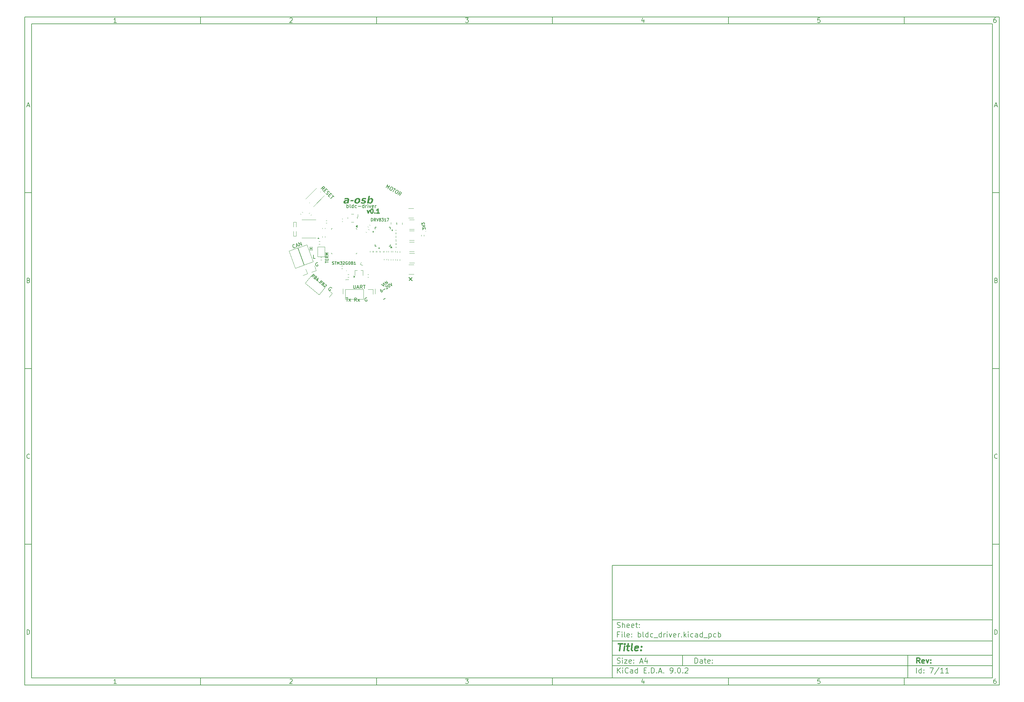
<source format=gbr>
%TF.GenerationSoftware,KiCad,Pcbnew,9.0.2-9.0.2-0~ubuntu22.04.1*%
%TF.CreationDate,2025-07-02T18:49:19+10:00*%
%TF.ProjectId,bldc_driver,626c6463-5f64-4726-9976-65722e6b6963,rev?*%
%TF.SameCoordinates,Original*%
%TF.FileFunction,Legend,Top*%
%TF.FilePolarity,Positive*%
%FSLAX46Y46*%
G04 Gerber Fmt 4.6, Leading zero omitted, Abs format (unit mm)*
G04 Created by KiCad (PCBNEW 9.0.2-9.0.2-0~ubuntu22.04.1) date 2025-07-02 18:49:19*
%MOMM*%
%LPD*%
G01*
G04 APERTURE LIST*
%ADD10C,0.100000*%
%ADD11C,0.150000*%
%ADD12C,0.300000*%
%ADD13C,0.400000*%
%ADD14C,0.200000*%
%ADD15C,0.120000*%
%ADD16C,0.152400*%
%ADD17C,0.000000*%
G04 APERTURE END LIST*
D10*
D11*
X177002200Y-166007200D02*
X285002200Y-166007200D01*
X285002200Y-198007200D01*
X177002200Y-198007200D01*
X177002200Y-166007200D01*
D10*
D11*
X10000000Y-10000000D02*
X287002200Y-10000000D01*
X287002200Y-200007200D01*
X10000000Y-200007200D01*
X10000000Y-10000000D01*
D10*
D11*
X12000000Y-12000000D02*
X285002200Y-12000000D01*
X285002200Y-198007200D01*
X12000000Y-198007200D01*
X12000000Y-12000000D01*
D10*
D11*
X60000000Y-12000000D02*
X60000000Y-10000000D01*
D10*
D11*
X110000000Y-12000000D02*
X110000000Y-10000000D01*
D10*
D11*
X160000000Y-12000000D02*
X160000000Y-10000000D01*
D10*
D11*
X210000000Y-12000000D02*
X210000000Y-10000000D01*
D10*
D11*
X260000000Y-12000000D02*
X260000000Y-10000000D01*
D10*
D11*
X36089160Y-11593604D02*
X35346303Y-11593604D01*
X35717731Y-11593604D02*
X35717731Y-10293604D01*
X35717731Y-10293604D02*
X35593922Y-10479319D01*
X35593922Y-10479319D02*
X35470112Y-10603128D01*
X35470112Y-10603128D02*
X35346303Y-10665033D01*
D10*
D11*
X85346303Y-10417414D02*
X85408207Y-10355509D01*
X85408207Y-10355509D02*
X85532017Y-10293604D01*
X85532017Y-10293604D02*
X85841541Y-10293604D01*
X85841541Y-10293604D02*
X85965350Y-10355509D01*
X85965350Y-10355509D02*
X86027255Y-10417414D01*
X86027255Y-10417414D02*
X86089160Y-10541223D01*
X86089160Y-10541223D02*
X86089160Y-10665033D01*
X86089160Y-10665033D02*
X86027255Y-10850747D01*
X86027255Y-10850747D02*
X85284398Y-11593604D01*
X85284398Y-11593604D02*
X86089160Y-11593604D01*
D10*
D11*
X135284398Y-10293604D02*
X136089160Y-10293604D01*
X136089160Y-10293604D02*
X135655826Y-10788842D01*
X135655826Y-10788842D02*
X135841541Y-10788842D01*
X135841541Y-10788842D02*
X135965350Y-10850747D01*
X135965350Y-10850747D02*
X136027255Y-10912652D01*
X136027255Y-10912652D02*
X136089160Y-11036461D01*
X136089160Y-11036461D02*
X136089160Y-11345985D01*
X136089160Y-11345985D02*
X136027255Y-11469795D01*
X136027255Y-11469795D02*
X135965350Y-11531700D01*
X135965350Y-11531700D02*
X135841541Y-11593604D01*
X135841541Y-11593604D02*
X135470112Y-11593604D01*
X135470112Y-11593604D02*
X135346303Y-11531700D01*
X135346303Y-11531700D02*
X135284398Y-11469795D01*
D10*
D11*
X185965350Y-10726938D02*
X185965350Y-11593604D01*
X185655826Y-10231700D02*
X185346303Y-11160271D01*
X185346303Y-11160271D02*
X186151064Y-11160271D01*
D10*
D11*
X236027255Y-10293604D02*
X235408207Y-10293604D01*
X235408207Y-10293604D02*
X235346303Y-10912652D01*
X235346303Y-10912652D02*
X235408207Y-10850747D01*
X235408207Y-10850747D02*
X235532017Y-10788842D01*
X235532017Y-10788842D02*
X235841541Y-10788842D01*
X235841541Y-10788842D02*
X235965350Y-10850747D01*
X235965350Y-10850747D02*
X236027255Y-10912652D01*
X236027255Y-10912652D02*
X236089160Y-11036461D01*
X236089160Y-11036461D02*
X236089160Y-11345985D01*
X236089160Y-11345985D02*
X236027255Y-11469795D01*
X236027255Y-11469795D02*
X235965350Y-11531700D01*
X235965350Y-11531700D02*
X235841541Y-11593604D01*
X235841541Y-11593604D02*
X235532017Y-11593604D01*
X235532017Y-11593604D02*
X235408207Y-11531700D01*
X235408207Y-11531700D02*
X235346303Y-11469795D01*
D10*
D11*
X285965350Y-10293604D02*
X285717731Y-10293604D01*
X285717731Y-10293604D02*
X285593922Y-10355509D01*
X285593922Y-10355509D02*
X285532017Y-10417414D01*
X285532017Y-10417414D02*
X285408207Y-10603128D01*
X285408207Y-10603128D02*
X285346303Y-10850747D01*
X285346303Y-10850747D02*
X285346303Y-11345985D01*
X285346303Y-11345985D02*
X285408207Y-11469795D01*
X285408207Y-11469795D02*
X285470112Y-11531700D01*
X285470112Y-11531700D02*
X285593922Y-11593604D01*
X285593922Y-11593604D02*
X285841541Y-11593604D01*
X285841541Y-11593604D02*
X285965350Y-11531700D01*
X285965350Y-11531700D02*
X286027255Y-11469795D01*
X286027255Y-11469795D02*
X286089160Y-11345985D01*
X286089160Y-11345985D02*
X286089160Y-11036461D01*
X286089160Y-11036461D02*
X286027255Y-10912652D01*
X286027255Y-10912652D02*
X285965350Y-10850747D01*
X285965350Y-10850747D02*
X285841541Y-10788842D01*
X285841541Y-10788842D02*
X285593922Y-10788842D01*
X285593922Y-10788842D02*
X285470112Y-10850747D01*
X285470112Y-10850747D02*
X285408207Y-10912652D01*
X285408207Y-10912652D02*
X285346303Y-11036461D01*
D10*
D11*
X60000000Y-198007200D02*
X60000000Y-200007200D01*
D10*
D11*
X110000000Y-198007200D02*
X110000000Y-200007200D01*
D10*
D11*
X160000000Y-198007200D02*
X160000000Y-200007200D01*
D10*
D11*
X210000000Y-198007200D02*
X210000000Y-200007200D01*
D10*
D11*
X260000000Y-198007200D02*
X260000000Y-200007200D01*
D10*
D11*
X36089160Y-199600804D02*
X35346303Y-199600804D01*
X35717731Y-199600804D02*
X35717731Y-198300804D01*
X35717731Y-198300804D02*
X35593922Y-198486519D01*
X35593922Y-198486519D02*
X35470112Y-198610328D01*
X35470112Y-198610328D02*
X35346303Y-198672233D01*
D10*
D11*
X85346303Y-198424614D02*
X85408207Y-198362709D01*
X85408207Y-198362709D02*
X85532017Y-198300804D01*
X85532017Y-198300804D02*
X85841541Y-198300804D01*
X85841541Y-198300804D02*
X85965350Y-198362709D01*
X85965350Y-198362709D02*
X86027255Y-198424614D01*
X86027255Y-198424614D02*
X86089160Y-198548423D01*
X86089160Y-198548423D02*
X86089160Y-198672233D01*
X86089160Y-198672233D02*
X86027255Y-198857947D01*
X86027255Y-198857947D02*
X85284398Y-199600804D01*
X85284398Y-199600804D02*
X86089160Y-199600804D01*
D10*
D11*
X135284398Y-198300804D02*
X136089160Y-198300804D01*
X136089160Y-198300804D02*
X135655826Y-198796042D01*
X135655826Y-198796042D02*
X135841541Y-198796042D01*
X135841541Y-198796042D02*
X135965350Y-198857947D01*
X135965350Y-198857947D02*
X136027255Y-198919852D01*
X136027255Y-198919852D02*
X136089160Y-199043661D01*
X136089160Y-199043661D02*
X136089160Y-199353185D01*
X136089160Y-199353185D02*
X136027255Y-199476995D01*
X136027255Y-199476995D02*
X135965350Y-199538900D01*
X135965350Y-199538900D02*
X135841541Y-199600804D01*
X135841541Y-199600804D02*
X135470112Y-199600804D01*
X135470112Y-199600804D02*
X135346303Y-199538900D01*
X135346303Y-199538900D02*
X135284398Y-199476995D01*
D10*
D11*
X185965350Y-198734138D02*
X185965350Y-199600804D01*
X185655826Y-198238900D02*
X185346303Y-199167471D01*
X185346303Y-199167471D02*
X186151064Y-199167471D01*
D10*
D11*
X236027255Y-198300804D02*
X235408207Y-198300804D01*
X235408207Y-198300804D02*
X235346303Y-198919852D01*
X235346303Y-198919852D02*
X235408207Y-198857947D01*
X235408207Y-198857947D02*
X235532017Y-198796042D01*
X235532017Y-198796042D02*
X235841541Y-198796042D01*
X235841541Y-198796042D02*
X235965350Y-198857947D01*
X235965350Y-198857947D02*
X236027255Y-198919852D01*
X236027255Y-198919852D02*
X236089160Y-199043661D01*
X236089160Y-199043661D02*
X236089160Y-199353185D01*
X236089160Y-199353185D02*
X236027255Y-199476995D01*
X236027255Y-199476995D02*
X235965350Y-199538900D01*
X235965350Y-199538900D02*
X235841541Y-199600804D01*
X235841541Y-199600804D02*
X235532017Y-199600804D01*
X235532017Y-199600804D02*
X235408207Y-199538900D01*
X235408207Y-199538900D02*
X235346303Y-199476995D01*
D10*
D11*
X285965350Y-198300804D02*
X285717731Y-198300804D01*
X285717731Y-198300804D02*
X285593922Y-198362709D01*
X285593922Y-198362709D02*
X285532017Y-198424614D01*
X285532017Y-198424614D02*
X285408207Y-198610328D01*
X285408207Y-198610328D02*
X285346303Y-198857947D01*
X285346303Y-198857947D02*
X285346303Y-199353185D01*
X285346303Y-199353185D02*
X285408207Y-199476995D01*
X285408207Y-199476995D02*
X285470112Y-199538900D01*
X285470112Y-199538900D02*
X285593922Y-199600804D01*
X285593922Y-199600804D02*
X285841541Y-199600804D01*
X285841541Y-199600804D02*
X285965350Y-199538900D01*
X285965350Y-199538900D02*
X286027255Y-199476995D01*
X286027255Y-199476995D02*
X286089160Y-199353185D01*
X286089160Y-199353185D02*
X286089160Y-199043661D01*
X286089160Y-199043661D02*
X286027255Y-198919852D01*
X286027255Y-198919852D02*
X285965350Y-198857947D01*
X285965350Y-198857947D02*
X285841541Y-198796042D01*
X285841541Y-198796042D02*
X285593922Y-198796042D01*
X285593922Y-198796042D02*
X285470112Y-198857947D01*
X285470112Y-198857947D02*
X285408207Y-198919852D01*
X285408207Y-198919852D02*
X285346303Y-199043661D01*
D10*
D11*
X10000000Y-60000000D02*
X12000000Y-60000000D01*
D10*
D11*
X10000000Y-110000000D02*
X12000000Y-110000000D01*
D10*
D11*
X10000000Y-160000000D02*
X12000000Y-160000000D01*
D10*
D11*
X10690476Y-35222176D02*
X11309523Y-35222176D01*
X10566666Y-35593604D02*
X10999999Y-34293604D01*
X10999999Y-34293604D02*
X11433333Y-35593604D01*
D10*
D11*
X11092857Y-84912652D02*
X11278571Y-84974557D01*
X11278571Y-84974557D02*
X11340476Y-85036461D01*
X11340476Y-85036461D02*
X11402380Y-85160271D01*
X11402380Y-85160271D02*
X11402380Y-85345985D01*
X11402380Y-85345985D02*
X11340476Y-85469795D01*
X11340476Y-85469795D02*
X11278571Y-85531700D01*
X11278571Y-85531700D02*
X11154761Y-85593604D01*
X11154761Y-85593604D02*
X10659523Y-85593604D01*
X10659523Y-85593604D02*
X10659523Y-84293604D01*
X10659523Y-84293604D02*
X11092857Y-84293604D01*
X11092857Y-84293604D02*
X11216666Y-84355509D01*
X11216666Y-84355509D02*
X11278571Y-84417414D01*
X11278571Y-84417414D02*
X11340476Y-84541223D01*
X11340476Y-84541223D02*
X11340476Y-84665033D01*
X11340476Y-84665033D02*
X11278571Y-84788842D01*
X11278571Y-84788842D02*
X11216666Y-84850747D01*
X11216666Y-84850747D02*
X11092857Y-84912652D01*
X11092857Y-84912652D02*
X10659523Y-84912652D01*
D10*
D11*
X11402380Y-135469795D02*
X11340476Y-135531700D01*
X11340476Y-135531700D02*
X11154761Y-135593604D01*
X11154761Y-135593604D02*
X11030952Y-135593604D01*
X11030952Y-135593604D02*
X10845238Y-135531700D01*
X10845238Y-135531700D02*
X10721428Y-135407890D01*
X10721428Y-135407890D02*
X10659523Y-135284080D01*
X10659523Y-135284080D02*
X10597619Y-135036461D01*
X10597619Y-135036461D02*
X10597619Y-134850747D01*
X10597619Y-134850747D02*
X10659523Y-134603128D01*
X10659523Y-134603128D02*
X10721428Y-134479319D01*
X10721428Y-134479319D02*
X10845238Y-134355509D01*
X10845238Y-134355509D02*
X11030952Y-134293604D01*
X11030952Y-134293604D02*
X11154761Y-134293604D01*
X11154761Y-134293604D02*
X11340476Y-134355509D01*
X11340476Y-134355509D02*
X11402380Y-134417414D01*
D10*
D11*
X10659523Y-185593604D02*
X10659523Y-184293604D01*
X10659523Y-184293604D02*
X10969047Y-184293604D01*
X10969047Y-184293604D02*
X11154761Y-184355509D01*
X11154761Y-184355509D02*
X11278571Y-184479319D01*
X11278571Y-184479319D02*
X11340476Y-184603128D01*
X11340476Y-184603128D02*
X11402380Y-184850747D01*
X11402380Y-184850747D02*
X11402380Y-185036461D01*
X11402380Y-185036461D02*
X11340476Y-185284080D01*
X11340476Y-185284080D02*
X11278571Y-185407890D01*
X11278571Y-185407890D02*
X11154761Y-185531700D01*
X11154761Y-185531700D02*
X10969047Y-185593604D01*
X10969047Y-185593604D02*
X10659523Y-185593604D01*
D10*
D11*
X287002200Y-60000000D02*
X285002200Y-60000000D01*
D10*
D11*
X287002200Y-110000000D02*
X285002200Y-110000000D01*
D10*
D11*
X287002200Y-160000000D02*
X285002200Y-160000000D01*
D10*
D11*
X285692676Y-35222176D02*
X286311723Y-35222176D01*
X285568866Y-35593604D02*
X286002199Y-34293604D01*
X286002199Y-34293604D02*
X286435533Y-35593604D01*
D10*
D11*
X286095057Y-84912652D02*
X286280771Y-84974557D01*
X286280771Y-84974557D02*
X286342676Y-85036461D01*
X286342676Y-85036461D02*
X286404580Y-85160271D01*
X286404580Y-85160271D02*
X286404580Y-85345985D01*
X286404580Y-85345985D02*
X286342676Y-85469795D01*
X286342676Y-85469795D02*
X286280771Y-85531700D01*
X286280771Y-85531700D02*
X286156961Y-85593604D01*
X286156961Y-85593604D02*
X285661723Y-85593604D01*
X285661723Y-85593604D02*
X285661723Y-84293604D01*
X285661723Y-84293604D02*
X286095057Y-84293604D01*
X286095057Y-84293604D02*
X286218866Y-84355509D01*
X286218866Y-84355509D02*
X286280771Y-84417414D01*
X286280771Y-84417414D02*
X286342676Y-84541223D01*
X286342676Y-84541223D02*
X286342676Y-84665033D01*
X286342676Y-84665033D02*
X286280771Y-84788842D01*
X286280771Y-84788842D02*
X286218866Y-84850747D01*
X286218866Y-84850747D02*
X286095057Y-84912652D01*
X286095057Y-84912652D02*
X285661723Y-84912652D01*
D10*
D11*
X286404580Y-135469795D02*
X286342676Y-135531700D01*
X286342676Y-135531700D02*
X286156961Y-135593604D01*
X286156961Y-135593604D02*
X286033152Y-135593604D01*
X286033152Y-135593604D02*
X285847438Y-135531700D01*
X285847438Y-135531700D02*
X285723628Y-135407890D01*
X285723628Y-135407890D02*
X285661723Y-135284080D01*
X285661723Y-135284080D02*
X285599819Y-135036461D01*
X285599819Y-135036461D02*
X285599819Y-134850747D01*
X285599819Y-134850747D02*
X285661723Y-134603128D01*
X285661723Y-134603128D02*
X285723628Y-134479319D01*
X285723628Y-134479319D02*
X285847438Y-134355509D01*
X285847438Y-134355509D02*
X286033152Y-134293604D01*
X286033152Y-134293604D02*
X286156961Y-134293604D01*
X286156961Y-134293604D02*
X286342676Y-134355509D01*
X286342676Y-134355509D02*
X286404580Y-134417414D01*
D10*
D11*
X285661723Y-185593604D02*
X285661723Y-184293604D01*
X285661723Y-184293604D02*
X285971247Y-184293604D01*
X285971247Y-184293604D02*
X286156961Y-184355509D01*
X286156961Y-184355509D02*
X286280771Y-184479319D01*
X286280771Y-184479319D02*
X286342676Y-184603128D01*
X286342676Y-184603128D02*
X286404580Y-184850747D01*
X286404580Y-184850747D02*
X286404580Y-185036461D01*
X286404580Y-185036461D02*
X286342676Y-185284080D01*
X286342676Y-185284080D02*
X286280771Y-185407890D01*
X286280771Y-185407890D02*
X286156961Y-185531700D01*
X286156961Y-185531700D02*
X285971247Y-185593604D01*
X285971247Y-185593604D02*
X285661723Y-185593604D01*
D10*
D11*
X200458026Y-193793328D02*
X200458026Y-192293328D01*
X200458026Y-192293328D02*
X200815169Y-192293328D01*
X200815169Y-192293328D02*
X201029455Y-192364757D01*
X201029455Y-192364757D02*
X201172312Y-192507614D01*
X201172312Y-192507614D02*
X201243741Y-192650471D01*
X201243741Y-192650471D02*
X201315169Y-192936185D01*
X201315169Y-192936185D02*
X201315169Y-193150471D01*
X201315169Y-193150471D02*
X201243741Y-193436185D01*
X201243741Y-193436185D02*
X201172312Y-193579042D01*
X201172312Y-193579042D02*
X201029455Y-193721900D01*
X201029455Y-193721900D02*
X200815169Y-193793328D01*
X200815169Y-193793328D02*
X200458026Y-193793328D01*
X202600884Y-193793328D02*
X202600884Y-193007614D01*
X202600884Y-193007614D02*
X202529455Y-192864757D01*
X202529455Y-192864757D02*
X202386598Y-192793328D01*
X202386598Y-192793328D02*
X202100884Y-192793328D01*
X202100884Y-192793328D02*
X201958026Y-192864757D01*
X202600884Y-193721900D02*
X202458026Y-193793328D01*
X202458026Y-193793328D02*
X202100884Y-193793328D01*
X202100884Y-193793328D02*
X201958026Y-193721900D01*
X201958026Y-193721900D02*
X201886598Y-193579042D01*
X201886598Y-193579042D02*
X201886598Y-193436185D01*
X201886598Y-193436185D02*
X201958026Y-193293328D01*
X201958026Y-193293328D02*
X202100884Y-193221900D01*
X202100884Y-193221900D02*
X202458026Y-193221900D01*
X202458026Y-193221900D02*
X202600884Y-193150471D01*
X203100884Y-192793328D02*
X203672312Y-192793328D01*
X203315169Y-192293328D02*
X203315169Y-193579042D01*
X203315169Y-193579042D02*
X203386598Y-193721900D01*
X203386598Y-193721900D02*
X203529455Y-193793328D01*
X203529455Y-193793328D02*
X203672312Y-193793328D01*
X204743741Y-193721900D02*
X204600884Y-193793328D01*
X204600884Y-193793328D02*
X204315170Y-193793328D01*
X204315170Y-193793328D02*
X204172312Y-193721900D01*
X204172312Y-193721900D02*
X204100884Y-193579042D01*
X204100884Y-193579042D02*
X204100884Y-193007614D01*
X204100884Y-193007614D02*
X204172312Y-192864757D01*
X204172312Y-192864757D02*
X204315170Y-192793328D01*
X204315170Y-192793328D02*
X204600884Y-192793328D01*
X204600884Y-192793328D02*
X204743741Y-192864757D01*
X204743741Y-192864757D02*
X204815170Y-193007614D01*
X204815170Y-193007614D02*
X204815170Y-193150471D01*
X204815170Y-193150471D02*
X204100884Y-193293328D01*
X205458026Y-193650471D02*
X205529455Y-193721900D01*
X205529455Y-193721900D02*
X205458026Y-193793328D01*
X205458026Y-193793328D02*
X205386598Y-193721900D01*
X205386598Y-193721900D02*
X205458026Y-193650471D01*
X205458026Y-193650471D02*
X205458026Y-193793328D01*
X205458026Y-192864757D02*
X205529455Y-192936185D01*
X205529455Y-192936185D02*
X205458026Y-193007614D01*
X205458026Y-193007614D02*
X205386598Y-192936185D01*
X205386598Y-192936185D02*
X205458026Y-192864757D01*
X205458026Y-192864757D02*
X205458026Y-193007614D01*
D10*
D11*
X177002200Y-194507200D02*
X285002200Y-194507200D01*
D10*
D11*
X178458026Y-196593328D02*
X178458026Y-195093328D01*
X179315169Y-196593328D02*
X178672312Y-195736185D01*
X179315169Y-195093328D02*
X178458026Y-195950471D01*
X179958026Y-196593328D02*
X179958026Y-195593328D01*
X179958026Y-195093328D02*
X179886598Y-195164757D01*
X179886598Y-195164757D02*
X179958026Y-195236185D01*
X179958026Y-195236185D02*
X180029455Y-195164757D01*
X180029455Y-195164757D02*
X179958026Y-195093328D01*
X179958026Y-195093328D02*
X179958026Y-195236185D01*
X181529455Y-196450471D02*
X181458027Y-196521900D01*
X181458027Y-196521900D02*
X181243741Y-196593328D01*
X181243741Y-196593328D02*
X181100884Y-196593328D01*
X181100884Y-196593328D02*
X180886598Y-196521900D01*
X180886598Y-196521900D02*
X180743741Y-196379042D01*
X180743741Y-196379042D02*
X180672312Y-196236185D01*
X180672312Y-196236185D02*
X180600884Y-195950471D01*
X180600884Y-195950471D02*
X180600884Y-195736185D01*
X180600884Y-195736185D02*
X180672312Y-195450471D01*
X180672312Y-195450471D02*
X180743741Y-195307614D01*
X180743741Y-195307614D02*
X180886598Y-195164757D01*
X180886598Y-195164757D02*
X181100884Y-195093328D01*
X181100884Y-195093328D02*
X181243741Y-195093328D01*
X181243741Y-195093328D02*
X181458027Y-195164757D01*
X181458027Y-195164757D02*
X181529455Y-195236185D01*
X182815170Y-196593328D02*
X182815170Y-195807614D01*
X182815170Y-195807614D02*
X182743741Y-195664757D01*
X182743741Y-195664757D02*
X182600884Y-195593328D01*
X182600884Y-195593328D02*
X182315170Y-195593328D01*
X182315170Y-195593328D02*
X182172312Y-195664757D01*
X182815170Y-196521900D02*
X182672312Y-196593328D01*
X182672312Y-196593328D02*
X182315170Y-196593328D01*
X182315170Y-196593328D02*
X182172312Y-196521900D01*
X182172312Y-196521900D02*
X182100884Y-196379042D01*
X182100884Y-196379042D02*
X182100884Y-196236185D01*
X182100884Y-196236185D02*
X182172312Y-196093328D01*
X182172312Y-196093328D02*
X182315170Y-196021900D01*
X182315170Y-196021900D02*
X182672312Y-196021900D01*
X182672312Y-196021900D02*
X182815170Y-195950471D01*
X184172313Y-196593328D02*
X184172313Y-195093328D01*
X184172313Y-196521900D02*
X184029455Y-196593328D01*
X184029455Y-196593328D02*
X183743741Y-196593328D01*
X183743741Y-196593328D02*
X183600884Y-196521900D01*
X183600884Y-196521900D02*
X183529455Y-196450471D01*
X183529455Y-196450471D02*
X183458027Y-196307614D01*
X183458027Y-196307614D02*
X183458027Y-195879042D01*
X183458027Y-195879042D02*
X183529455Y-195736185D01*
X183529455Y-195736185D02*
X183600884Y-195664757D01*
X183600884Y-195664757D02*
X183743741Y-195593328D01*
X183743741Y-195593328D02*
X184029455Y-195593328D01*
X184029455Y-195593328D02*
X184172313Y-195664757D01*
X186029455Y-195807614D02*
X186529455Y-195807614D01*
X186743741Y-196593328D02*
X186029455Y-196593328D01*
X186029455Y-196593328D02*
X186029455Y-195093328D01*
X186029455Y-195093328D02*
X186743741Y-195093328D01*
X187386598Y-196450471D02*
X187458027Y-196521900D01*
X187458027Y-196521900D02*
X187386598Y-196593328D01*
X187386598Y-196593328D02*
X187315170Y-196521900D01*
X187315170Y-196521900D02*
X187386598Y-196450471D01*
X187386598Y-196450471D02*
X187386598Y-196593328D01*
X188100884Y-196593328D02*
X188100884Y-195093328D01*
X188100884Y-195093328D02*
X188458027Y-195093328D01*
X188458027Y-195093328D02*
X188672313Y-195164757D01*
X188672313Y-195164757D02*
X188815170Y-195307614D01*
X188815170Y-195307614D02*
X188886599Y-195450471D01*
X188886599Y-195450471D02*
X188958027Y-195736185D01*
X188958027Y-195736185D02*
X188958027Y-195950471D01*
X188958027Y-195950471D02*
X188886599Y-196236185D01*
X188886599Y-196236185D02*
X188815170Y-196379042D01*
X188815170Y-196379042D02*
X188672313Y-196521900D01*
X188672313Y-196521900D02*
X188458027Y-196593328D01*
X188458027Y-196593328D02*
X188100884Y-196593328D01*
X189600884Y-196450471D02*
X189672313Y-196521900D01*
X189672313Y-196521900D02*
X189600884Y-196593328D01*
X189600884Y-196593328D02*
X189529456Y-196521900D01*
X189529456Y-196521900D02*
X189600884Y-196450471D01*
X189600884Y-196450471D02*
X189600884Y-196593328D01*
X190243742Y-196164757D02*
X190958028Y-196164757D01*
X190100885Y-196593328D02*
X190600885Y-195093328D01*
X190600885Y-195093328D02*
X191100885Y-196593328D01*
X191600884Y-196450471D02*
X191672313Y-196521900D01*
X191672313Y-196521900D02*
X191600884Y-196593328D01*
X191600884Y-196593328D02*
X191529456Y-196521900D01*
X191529456Y-196521900D02*
X191600884Y-196450471D01*
X191600884Y-196450471D02*
X191600884Y-196593328D01*
X193529456Y-196593328D02*
X193815170Y-196593328D01*
X193815170Y-196593328D02*
X193958027Y-196521900D01*
X193958027Y-196521900D02*
X194029456Y-196450471D01*
X194029456Y-196450471D02*
X194172313Y-196236185D01*
X194172313Y-196236185D02*
X194243742Y-195950471D01*
X194243742Y-195950471D02*
X194243742Y-195379042D01*
X194243742Y-195379042D02*
X194172313Y-195236185D01*
X194172313Y-195236185D02*
X194100885Y-195164757D01*
X194100885Y-195164757D02*
X193958027Y-195093328D01*
X193958027Y-195093328D02*
X193672313Y-195093328D01*
X193672313Y-195093328D02*
X193529456Y-195164757D01*
X193529456Y-195164757D02*
X193458027Y-195236185D01*
X193458027Y-195236185D02*
X193386599Y-195379042D01*
X193386599Y-195379042D02*
X193386599Y-195736185D01*
X193386599Y-195736185D02*
X193458027Y-195879042D01*
X193458027Y-195879042D02*
X193529456Y-195950471D01*
X193529456Y-195950471D02*
X193672313Y-196021900D01*
X193672313Y-196021900D02*
X193958027Y-196021900D01*
X193958027Y-196021900D02*
X194100885Y-195950471D01*
X194100885Y-195950471D02*
X194172313Y-195879042D01*
X194172313Y-195879042D02*
X194243742Y-195736185D01*
X194886598Y-196450471D02*
X194958027Y-196521900D01*
X194958027Y-196521900D02*
X194886598Y-196593328D01*
X194886598Y-196593328D02*
X194815170Y-196521900D01*
X194815170Y-196521900D02*
X194886598Y-196450471D01*
X194886598Y-196450471D02*
X194886598Y-196593328D01*
X195886599Y-195093328D02*
X196029456Y-195093328D01*
X196029456Y-195093328D02*
X196172313Y-195164757D01*
X196172313Y-195164757D02*
X196243742Y-195236185D01*
X196243742Y-195236185D02*
X196315170Y-195379042D01*
X196315170Y-195379042D02*
X196386599Y-195664757D01*
X196386599Y-195664757D02*
X196386599Y-196021900D01*
X196386599Y-196021900D02*
X196315170Y-196307614D01*
X196315170Y-196307614D02*
X196243742Y-196450471D01*
X196243742Y-196450471D02*
X196172313Y-196521900D01*
X196172313Y-196521900D02*
X196029456Y-196593328D01*
X196029456Y-196593328D02*
X195886599Y-196593328D01*
X195886599Y-196593328D02*
X195743742Y-196521900D01*
X195743742Y-196521900D02*
X195672313Y-196450471D01*
X195672313Y-196450471D02*
X195600884Y-196307614D01*
X195600884Y-196307614D02*
X195529456Y-196021900D01*
X195529456Y-196021900D02*
X195529456Y-195664757D01*
X195529456Y-195664757D02*
X195600884Y-195379042D01*
X195600884Y-195379042D02*
X195672313Y-195236185D01*
X195672313Y-195236185D02*
X195743742Y-195164757D01*
X195743742Y-195164757D02*
X195886599Y-195093328D01*
X197029455Y-196450471D02*
X197100884Y-196521900D01*
X197100884Y-196521900D02*
X197029455Y-196593328D01*
X197029455Y-196593328D02*
X196958027Y-196521900D01*
X196958027Y-196521900D02*
X197029455Y-196450471D01*
X197029455Y-196450471D02*
X197029455Y-196593328D01*
X197672313Y-195236185D02*
X197743741Y-195164757D01*
X197743741Y-195164757D02*
X197886599Y-195093328D01*
X197886599Y-195093328D02*
X198243741Y-195093328D01*
X198243741Y-195093328D02*
X198386599Y-195164757D01*
X198386599Y-195164757D02*
X198458027Y-195236185D01*
X198458027Y-195236185D02*
X198529456Y-195379042D01*
X198529456Y-195379042D02*
X198529456Y-195521900D01*
X198529456Y-195521900D02*
X198458027Y-195736185D01*
X198458027Y-195736185D02*
X197600884Y-196593328D01*
X197600884Y-196593328D02*
X198529456Y-196593328D01*
D10*
D11*
X177002200Y-191507200D02*
X285002200Y-191507200D01*
D10*
D12*
X264413853Y-193785528D02*
X263913853Y-193071242D01*
X263556710Y-193785528D02*
X263556710Y-192285528D01*
X263556710Y-192285528D02*
X264128139Y-192285528D01*
X264128139Y-192285528D02*
X264270996Y-192356957D01*
X264270996Y-192356957D02*
X264342425Y-192428385D01*
X264342425Y-192428385D02*
X264413853Y-192571242D01*
X264413853Y-192571242D02*
X264413853Y-192785528D01*
X264413853Y-192785528D02*
X264342425Y-192928385D01*
X264342425Y-192928385D02*
X264270996Y-192999814D01*
X264270996Y-192999814D02*
X264128139Y-193071242D01*
X264128139Y-193071242D02*
X263556710Y-193071242D01*
X265628139Y-193714100D02*
X265485282Y-193785528D01*
X265485282Y-193785528D02*
X265199568Y-193785528D01*
X265199568Y-193785528D02*
X265056710Y-193714100D01*
X265056710Y-193714100D02*
X264985282Y-193571242D01*
X264985282Y-193571242D02*
X264985282Y-192999814D01*
X264985282Y-192999814D02*
X265056710Y-192856957D01*
X265056710Y-192856957D02*
X265199568Y-192785528D01*
X265199568Y-192785528D02*
X265485282Y-192785528D01*
X265485282Y-192785528D02*
X265628139Y-192856957D01*
X265628139Y-192856957D02*
X265699568Y-192999814D01*
X265699568Y-192999814D02*
X265699568Y-193142671D01*
X265699568Y-193142671D02*
X264985282Y-193285528D01*
X266199567Y-192785528D02*
X266556710Y-193785528D01*
X266556710Y-193785528D02*
X266913853Y-192785528D01*
X267485281Y-193642671D02*
X267556710Y-193714100D01*
X267556710Y-193714100D02*
X267485281Y-193785528D01*
X267485281Y-193785528D02*
X267413853Y-193714100D01*
X267413853Y-193714100D02*
X267485281Y-193642671D01*
X267485281Y-193642671D02*
X267485281Y-193785528D01*
X267485281Y-192856957D02*
X267556710Y-192928385D01*
X267556710Y-192928385D02*
X267485281Y-192999814D01*
X267485281Y-192999814D02*
X267413853Y-192928385D01*
X267413853Y-192928385D02*
X267485281Y-192856957D01*
X267485281Y-192856957D02*
X267485281Y-192999814D01*
D10*
D11*
X178386598Y-193721900D02*
X178600884Y-193793328D01*
X178600884Y-193793328D02*
X178958026Y-193793328D01*
X178958026Y-193793328D02*
X179100884Y-193721900D01*
X179100884Y-193721900D02*
X179172312Y-193650471D01*
X179172312Y-193650471D02*
X179243741Y-193507614D01*
X179243741Y-193507614D02*
X179243741Y-193364757D01*
X179243741Y-193364757D02*
X179172312Y-193221900D01*
X179172312Y-193221900D02*
X179100884Y-193150471D01*
X179100884Y-193150471D02*
X178958026Y-193079042D01*
X178958026Y-193079042D02*
X178672312Y-193007614D01*
X178672312Y-193007614D02*
X178529455Y-192936185D01*
X178529455Y-192936185D02*
X178458026Y-192864757D01*
X178458026Y-192864757D02*
X178386598Y-192721900D01*
X178386598Y-192721900D02*
X178386598Y-192579042D01*
X178386598Y-192579042D02*
X178458026Y-192436185D01*
X178458026Y-192436185D02*
X178529455Y-192364757D01*
X178529455Y-192364757D02*
X178672312Y-192293328D01*
X178672312Y-192293328D02*
X179029455Y-192293328D01*
X179029455Y-192293328D02*
X179243741Y-192364757D01*
X179886597Y-193793328D02*
X179886597Y-192793328D01*
X179886597Y-192293328D02*
X179815169Y-192364757D01*
X179815169Y-192364757D02*
X179886597Y-192436185D01*
X179886597Y-192436185D02*
X179958026Y-192364757D01*
X179958026Y-192364757D02*
X179886597Y-192293328D01*
X179886597Y-192293328D02*
X179886597Y-192436185D01*
X180458026Y-192793328D02*
X181243741Y-192793328D01*
X181243741Y-192793328D02*
X180458026Y-193793328D01*
X180458026Y-193793328D02*
X181243741Y-193793328D01*
X182386598Y-193721900D02*
X182243741Y-193793328D01*
X182243741Y-193793328D02*
X181958027Y-193793328D01*
X181958027Y-193793328D02*
X181815169Y-193721900D01*
X181815169Y-193721900D02*
X181743741Y-193579042D01*
X181743741Y-193579042D02*
X181743741Y-193007614D01*
X181743741Y-193007614D02*
X181815169Y-192864757D01*
X181815169Y-192864757D02*
X181958027Y-192793328D01*
X181958027Y-192793328D02*
X182243741Y-192793328D01*
X182243741Y-192793328D02*
X182386598Y-192864757D01*
X182386598Y-192864757D02*
X182458027Y-193007614D01*
X182458027Y-193007614D02*
X182458027Y-193150471D01*
X182458027Y-193150471D02*
X181743741Y-193293328D01*
X183100883Y-193650471D02*
X183172312Y-193721900D01*
X183172312Y-193721900D02*
X183100883Y-193793328D01*
X183100883Y-193793328D02*
X183029455Y-193721900D01*
X183029455Y-193721900D02*
X183100883Y-193650471D01*
X183100883Y-193650471D02*
X183100883Y-193793328D01*
X183100883Y-192864757D02*
X183172312Y-192936185D01*
X183172312Y-192936185D02*
X183100883Y-193007614D01*
X183100883Y-193007614D02*
X183029455Y-192936185D01*
X183029455Y-192936185D02*
X183100883Y-192864757D01*
X183100883Y-192864757D02*
X183100883Y-193007614D01*
X184886598Y-193364757D02*
X185600884Y-193364757D01*
X184743741Y-193793328D02*
X185243741Y-192293328D01*
X185243741Y-192293328D02*
X185743741Y-193793328D01*
X186886598Y-192793328D02*
X186886598Y-193793328D01*
X186529455Y-192221900D02*
X186172312Y-193293328D01*
X186172312Y-193293328D02*
X187100883Y-193293328D01*
D10*
D11*
X263458026Y-196593328D02*
X263458026Y-195093328D01*
X264815170Y-196593328D02*
X264815170Y-195093328D01*
X264815170Y-196521900D02*
X264672312Y-196593328D01*
X264672312Y-196593328D02*
X264386598Y-196593328D01*
X264386598Y-196593328D02*
X264243741Y-196521900D01*
X264243741Y-196521900D02*
X264172312Y-196450471D01*
X264172312Y-196450471D02*
X264100884Y-196307614D01*
X264100884Y-196307614D02*
X264100884Y-195879042D01*
X264100884Y-195879042D02*
X264172312Y-195736185D01*
X264172312Y-195736185D02*
X264243741Y-195664757D01*
X264243741Y-195664757D02*
X264386598Y-195593328D01*
X264386598Y-195593328D02*
X264672312Y-195593328D01*
X264672312Y-195593328D02*
X264815170Y-195664757D01*
X265529455Y-196450471D02*
X265600884Y-196521900D01*
X265600884Y-196521900D02*
X265529455Y-196593328D01*
X265529455Y-196593328D02*
X265458027Y-196521900D01*
X265458027Y-196521900D02*
X265529455Y-196450471D01*
X265529455Y-196450471D02*
X265529455Y-196593328D01*
X265529455Y-195664757D02*
X265600884Y-195736185D01*
X265600884Y-195736185D02*
X265529455Y-195807614D01*
X265529455Y-195807614D02*
X265458027Y-195736185D01*
X265458027Y-195736185D02*
X265529455Y-195664757D01*
X265529455Y-195664757D02*
X265529455Y-195807614D01*
X267243741Y-195093328D02*
X268243741Y-195093328D01*
X268243741Y-195093328D02*
X267600884Y-196593328D01*
X269886598Y-195021900D02*
X268600884Y-196950471D01*
X271172313Y-196593328D02*
X270315170Y-196593328D01*
X270743741Y-196593328D02*
X270743741Y-195093328D01*
X270743741Y-195093328D02*
X270600884Y-195307614D01*
X270600884Y-195307614D02*
X270458027Y-195450471D01*
X270458027Y-195450471D02*
X270315170Y-195521900D01*
X272600884Y-196593328D02*
X271743741Y-196593328D01*
X272172312Y-196593328D02*
X272172312Y-195093328D01*
X272172312Y-195093328D02*
X272029455Y-195307614D01*
X272029455Y-195307614D02*
X271886598Y-195450471D01*
X271886598Y-195450471D02*
X271743741Y-195521900D01*
D10*
D11*
X177002200Y-187507200D02*
X285002200Y-187507200D01*
D10*
D13*
X178693928Y-188211638D02*
X179836785Y-188211638D01*
X179015357Y-190211638D02*
X179265357Y-188211638D01*
X180253452Y-190211638D02*
X180420119Y-188878304D01*
X180503452Y-188211638D02*
X180396309Y-188306876D01*
X180396309Y-188306876D02*
X180479643Y-188402114D01*
X180479643Y-188402114D02*
X180586786Y-188306876D01*
X180586786Y-188306876D02*
X180503452Y-188211638D01*
X180503452Y-188211638D02*
X180479643Y-188402114D01*
X181086786Y-188878304D02*
X181848690Y-188878304D01*
X181455833Y-188211638D02*
X181241548Y-189925923D01*
X181241548Y-189925923D02*
X181312976Y-190116400D01*
X181312976Y-190116400D02*
X181491548Y-190211638D01*
X181491548Y-190211638D02*
X181682024Y-190211638D01*
X182634405Y-190211638D02*
X182455833Y-190116400D01*
X182455833Y-190116400D02*
X182384405Y-189925923D01*
X182384405Y-189925923D02*
X182598690Y-188211638D01*
X184170119Y-190116400D02*
X183967738Y-190211638D01*
X183967738Y-190211638D02*
X183586785Y-190211638D01*
X183586785Y-190211638D02*
X183408214Y-190116400D01*
X183408214Y-190116400D02*
X183336785Y-189925923D01*
X183336785Y-189925923D02*
X183432024Y-189164019D01*
X183432024Y-189164019D02*
X183551071Y-188973542D01*
X183551071Y-188973542D02*
X183753452Y-188878304D01*
X183753452Y-188878304D02*
X184134404Y-188878304D01*
X184134404Y-188878304D02*
X184312976Y-188973542D01*
X184312976Y-188973542D02*
X184384404Y-189164019D01*
X184384404Y-189164019D02*
X184360595Y-189354495D01*
X184360595Y-189354495D02*
X183384404Y-189544971D01*
X185134405Y-190021161D02*
X185217738Y-190116400D01*
X185217738Y-190116400D02*
X185110595Y-190211638D01*
X185110595Y-190211638D02*
X185027262Y-190116400D01*
X185027262Y-190116400D02*
X185134405Y-190021161D01*
X185134405Y-190021161D02*
X185110595Y-190211638D01*
X185265357Y-188973542D02*
X185348690Y-189068780D01*
X185348690Y-189068780D02*
X185241548Y-189164019D01*
X185241548Y-189164019D02*
X185158214Y-189068780D01*
X185158214Y-189068780D02*
X185265357Y-188973542D01*
X185265357Y-188973542D02*
X185241548Y-189164019D01*
D10*
D11*
X178958026Y-185607614D02*
X178458026Y-185607614D01*
X178458026Y-186393328D02*
X178458026Y-184893328D01*
X178458026Y-184893328D02*
X179172312Y-184893328D01*
X179743740Y-186393328D02*
X179743740Y-185393328D01*
X179743740Y-184893328D02*
X179672312Y-184964757D01*
X179672312Y-184964757D02*
X179743740Y-185036185D01*
X179743740Y-185036185D02*
X179815169Y-184964757D01*
X179815169Y-184964757D02*
X179743740Y-184893328D01*
X179743740Y-184893328D02*
X179743740Y-185036185D01*
X180672312Y-186393328D02*
X180529455Y-186321900D01*
X180529455Y-186321900D02*
X180458026Y-186179042D01*
X180458026Y-186179042D02*
X180458026Y-184893328D01*
X181815169Y-186321900D02*
X181672312Y-186393328D01*
X181672312Y-186393328D02*
X181386598Y-186393328D01*
X181386598Y-186393328D02*
X181243740Y-186321900D01*
X181243740Y-186321900D02*
X181172312Y-186179042D01*
X181172312Y-186179042D02*
X181172312Y-185607614D01*
X181172312Y-185607614D02*
X181243740Y-185464757D01*
X181243740Y-185464757D02*
X181386598Y-185393328D01*
X181386598Y-185393328D02*
X181672312Y-185393328D01*
X181672312Y-185393328D02*
X181815169Y-185464757D01*
X181815169Y-185464757D02*
X181886598Y-185607614D01*
X181886598Y-185607614D02*
X181886598Y-185750471D01*
X181886598Y-185750471D02*
X181172312Y-185893328D01*
X182529454Y-186250471D02*
X182600883Y-186321900D01*
X182600883Y-186321900D02*
X182529454Y-186393328D01*
X182529454Y-186393328D02*
X182458026Y-186321900D01*
X182458026Y-186321900D02*
X182529454Y-186250471D01*
X182529454Y-186250471D02*
X182529454Y-186393328D01*
X182529454Y-185464757D02*
X182600883Y-185536185D01*
X182600883Y-185536185D02*
X182529454Y-185607614D01*
X182529454Y-185607614D02*
X182458026Y-185536185D01*
X182458026Y-185536185D02*
X182529454Y-185464757D01*
X182529454Y-185464757D02*
X182529454Y-185607614D01*
X184386597Y-186393328D02*
X184386597Y-184893328D01*
X184386597Y-185464757D02*
X184529455Y-185393328D01*
X184529455Y-185393328D02*
X184815169Y-185393328D01*
X184815169Y-185393328D02*
X184958026Y-185464757D01*
X184958026Y-185464757D02*
X185029455Y-185536185D01*
X185029455Y-185536185D02*
X185100883Y-185679042D01*
X185100883Y-185679042D02*
X185100883Y-186107614D01*
X185100883Y-186107614D02*
X185029455Y-186250471D01*
X185029455Y-186250471D02*
X184958026Y-186321900D01*
X184958026Y-186321900D02*
X184815169Y-186393328D01*
X184815169Y-186393328D02*
X184529455Y-186393328D01*
X184529455Y-186393328D02*
X184386597Y-186321900D01*
X185958026Y-186393328D02*
X185815169Y-186321900D01*
X185815169Y-186321900D02*
X185743740Y-186179042D01*
X185743740Y-186179042D02*
X185743740Y-184893328D01*
X187172312Y-186393328D02*
X187172312Y-184893328D01*
X187172312Y-186321900D02*
X187029454Y-186393328D01*
X187029454Y-186393328D02*
X186743740Y-186393328D01*
X186743740Y-186393328D02*
X186600883Y-186321900D01*
X186600883Y-186321900D02*
X186529454Y-186250471D01*
X186529454Y-186250471D02*
X186458026Y-186107614D01*
X186458026Y-186107614D02*
X186458026Y-185679042D01*
X186458026Y-185679042D02*
X186529454Y-185536185D01*
X186529454Y-185536185D02*
X186600883Y-185464757D01*
X186600883Y-185464757D02*
X186743740Y-185393328D01*
X186743740Y-185393328D02*
X187029454Y-185393328D01*
X187029454Y-185393328D02*
X187172312Y-185464757D01*
X188529455Y-186321900D02*
X188386597Y-186393328D01*
X188386597Y-186393328D02*
X188100883Y-186393328D01*
X188100883Y-186393328D02*
X187958026Y-186321900D01*
X187958026Y-186321900D02*
X187886597Y-186250471D01*
X187886597Y-186250471D02*
X187815169Y-186107614D01*
X187815169Y-186107614D02*
X187815169Y-185679042D01*
X187815169Y-185679042D02*
X187886597Y-185536185D01*
X187886597Y-185536185D02*
X187958026Y-185464757D01*
X187958026Y-185464757D02*
X188100883Y-185393328D01*
X188100883Y-185393328D02*
X188386597Y-185393328D01*
X188386597Y-185393328D02*
X188529455Y-185464757D01*
X188815169Y-186536185D02*
X189958026Y-186536185D01*
X190958026Y-186393328D02*
X190958026Y-184893328D01*
X190958026Y-186321900D02*
X190815168Y-186393328D01*
X190815168Y-186393328D02*
X190529454Y-186393328D01*
X190529454Y-186393328D02*
X190386597Y-186321900D01*
X190386597Y-186321900D02*
X190315168Y-186250471D01*
X190315168Y-186250471D02*
X190243740Y-186107614D01*
X190243740Y-186107614D02*
X190243740Y-185679042D01*
X190243740Y-185679042D02*
X190315168Y-185536185D01*
X190315168Y-185536185D02*
X190386597Y-185464757D01*
X190386597Y-185464757D02*
X190529454Y-185393328D01*
X190529454Y-185393328D02*
X190815168Y-185393328D01*
X190815168Y-185393328D02*
X190958026Y-185464757D01*
X191672311Y-186393328D02*
X191672311Y-185393328D01*
X191672311Y-185679042D02*
X191743740Y-185536185D01*
X191743740Y-185536185D02*
X191815169Y-185464757D01*
X191815169Y-185464757D02*
X191958026Y-185393328D01*
X191958026Y-185393328D02*
X192100883Y-185393328D01*
X192600882Y-186393328D02*
X192600882Y-185393328D01*
X192600882Y-184893328D02*
X192529454Y-184964757D01*
X192529454Y-184964757D02*
X192600882Y-185036185D01*
X192600882Y-185036185D02*
X192672311Y-184964757D01*
X192672311Y-184964757D02*
X192600882Y-184893328D01*
X192600882Y-184893328D02*
X192600882Y-185036185D01*
X193172311Y-185393328D02*
X193529454Y-186393328D01*
X193529454Y-186393328D02*
X193886597Y-185393328D01*
X195029454Y-186321900D02*
X194886597Y-186393328D01*
X194886597Y-186393328D02*
X194600883Y-186393328D01*
X194600883Y-186393328D02*
X194458025Y-186321900D01*
X194458025Y-186321900D02*
X194386597Y-186179042D01*
X194386597Y-186179042D02*
X194386597Y-185607614D01*
X194386597Y-185607614D02*
X194458025Y-185464757D01*
X194458025Y-185464757D02*
X194600883Y-185393328D01*
X194600883Y-185393328D02*
X194886597Y-185393328D01*
X194886597Y-185393328D02*
X195029454Y-185464757D01*
X195029454Y-185464757D02*
X195100883Y-185607614D01*
X195100883Y-185607614D02*
X195100883Y-185750471D01*
X195100883Y-185750471D02*
X194386597Y-185893328D01*
X195743739Y-186393328D02*
X195743739Y-185393328D01*
X195743739Y-185679042D02*
X195815168Y-185536185D01*
X195815168Y-185536185D02*
X195886597Y-185464757D01*
X195886597Y-185464757D02*
X196029454Y-185393328D01*
X196029454Y-185393328D02*
X196172311Y-185393328D01*
X196672310Y-186250471D02*
X196743739Y-186321900D01*
X196743739Y-186321900D02*
X196672310Y-186393328D01*
X196672310Y-186393328D02*
X196600882Y-186321900D01*
X196600882Y-186321900D02*
X196672310Y-186250471D01*
X196672310Y-186250471D02*
X196672310Y-186393328D01*
X197386596Y-186393328D02*
X197386596Y-184893328D01*
X197529454Y-185821900D02*
X197958025Y-186393328D01*
X197958025Y-185393328D02*
X197386596Y-185964757D01*
X198600882Y-186393328D02*
X198600882Y-185393328D01*
X198600882Y-184893328D02*
X198529454Y-184964757D01*
X198529454Y-184964757D02*
X198600882Y-185036185D01*
X198600882Y-185036185D02*
X198672311Y-184964757D01*
X198672311Y-184964757D02*
X198600882Y-184893328D01*
X198600882Y-184893328D02*
X198600882Y-185036185D01*
X199958026Y-186321900D02*
X199815168Y-186393328D01*
X199815168Y-186393328D02*
X199529454Y-186393328D01*
X199529454Y-186393328D02*
X199386597Y-186321900D01*
X199386597Y-186321900D02*
X199315168Y-186250471D01*
X199315168Y-186250471D02*
X199243740Y-186107614D01*
X199243740Y-186107614D02*
X199243740Y-185679042D01*
X199243740Y-185679042D02*
X199315168Y-185536185D01*
X199315168Y-185536185D02*
X199386597Y-185464757D01*
X199386597Y-185464757D02*
X199529454Y-185393328D01*
X199529454Y-185393328D02*
X199815168Y-185393328D01*
X199815168Y-185393328D02*
X199958026Y-185464757D01*
X201243740Y-186393328D02*
X201243740Y-185607614D01*
X201243740Y-185607614D02*
X201172311Y-185464757D01*
X201172311Y-185464757D02*
X201029454Y-185393328D01*
X201029454Y-185393328D02*
X200743740Y-185393328D01*
X200743740Y-185393328D02*
X200600882Y-185464757D01*
X201243740Y-186321900D02*
X201100882Y-186393328D01*
X201100882Y-186393328D02*
X200743740Y-186393328D01*
X200743740Y-186393328D02*
X200600882Y-186321900D01*
X200600882Y-186321900D02*
X200529454Y-186179042D01*
X200529454Y-186179042D02*
X200529454Y-186036185D01*
X200529454Y-186036185D02*
X200600882Y-185893328D01*
X200600882Y-185893328D02*
X200743740Y-185821900D01*
X200743740Y-185821900D02*
X201100882Y-185821900D01*
X201100882Y-185821900D02*
X201243740Y-185750471D01*
X202600883Y-186393328D02*
X202600883Y-184893328D01*
X202600883Y-186321900D02*
X202458025Y-186393328D01*
X202458025Y-186393328D02*
X202172311Y-186393328D01*
X202172311Y-186393328D02*
X202029454Y-186321900D01*
X202029454Y-186321900D02*
X201958025Y-186250471D01*
X201958025Y-186250471D02*
X201886597Y-186107614D01*
X201886597Y-186107614D02*
X201886597Y-185679042D01*
X201886597Y-185679042D02*
X201958025Y-185536185D01*
X201958025Y-185536185D02*
X202029454Y-185464757D01*
X202029454Y-185464757D02*
X202172311Y-185393328D01*
X202172311Y-185393328D02*
X202458025Y-185393328D01*
X202458025Y-185393328D02*
X202600883Y-185464757D01*
X202958026Y-186536185D02*
X204100883Y-186536185D01*
X204458025Y-185393328D02*
X204458025Y-186893328D01*
X204458025Y-185464757D02*
X204600883Y-185393328D01*
X204600883Y-185393328D02*
X204886597Y-185393328D01*
X204886597Y-185393328D02*
X205029454Y-185464757D01*
X205029454Y-185464757D02*
X205100883Y-185536185D01*
X205100883Y-185536185D02*
X205172311Y-185679042D01*
X205172311Y-185679042D02*
X205172311Y-186107614D01*
X205172311Y-186107614D02*
X205100883Y-186250471D01*
X205100883Y-186250471D02*
X205029454Y-186321900D01*
X205029454Y-186321900D02*
X204886597Y-186393328D01*
X204886597Y-186393328D02*
X204600883Y-186393328D01*
X204600883Y-186393328D02*
X204458025Y-186321900D01*
X206458026Y-186321900D02*
X206315168Y-186393328D01*
X206315168Y-186393328D02*
X206029454Y-186393328D01*
X206029454Y-186393328D02*
X205886597Y-186321900D01*
X205886597Y-186321900D02*
X205815168Y-186250471D01*
X205815168Y-186250471D02*
X205743740Y-186107614D01*
X205743740Y-186107614D02*
X205743740Y-185679042D01*
X205743740Y-185679042D02*
X205815168Y-185536185D01*
X205815168Y-185536185D02*
X205886597Y-185464757D01*
X205886597Y-185464757D02*
X206029454Y-185393328D01*
X206029454Y-185393328D02*
X206315168Y-185393328D01*
X206315168Y-185393328D02*
X206458026Y-185464757D01*
X207100882Y-186393328D02*
X207100882Y-184893328D01*
X207100882Y-185464757D02*
X207243740Y-185393328D01*
X207243740Y-185393328D02*
X207529454Y-185393328D01*
X207529454Y-185393328D02*
X207672311Y-185464757D01*
X207672311Y-185464757D02*
X207743740Y-185536185D01*
X207743740Y-185536185D02*
X207815168Y-185679042D01*
X207815168Y-185679042D02*
X207815168Y-186107614D01*
X207815168Y-186107614D02*
X207743740Y-186250471D01*
X207743740Y-186250471D02*
X207672311Y-186321900D01*
X207672311Y-186321900D02*
X207529454Y-186393328D01*
X207529454Y-186393328D02*
X207243740Y-186393328D01*
X207243740Y-186393328D02*
X207100882Y-186321900D01*
D10*
D11*
X177002200Y-181507200D02*
X285002200Y-181507200D01*
D10*
D11*
X178386598Y-183621900D02*
X178600884Y-183693328D01*
X178600884Y-183693328D02*
X178958026Y-183693328D01*
X178958026Y-183693328D02*
X179100884Y-183621900D01*
X179100884Y-183621900D02*
X179172312Y-183550471D01*
X179172312Y-183550471D02*
X179243741Y-183407614D01*
X179243741Y-183407614D02*
X179243741Y-183264757D01*
X179243741Y-183264757D02*
X179172312Y-183121900D01*
X179172312Y-183121900D02*
X179100884Y-183050471D01*
X179100884Y-183050471D02*
X178958026Y-182979042D01*
X178958026Y-182979042D02*
X178672312Y-182907614D01*
X178672312Y-182907614D02*
X178529455Y-182836185D01*
X178529455Y-182836185D02*
X178458026Y-182764757D01*
X178458026Y-182764757D02*
X178386598Y-182621900D01*
X178386598Y-182621900D02*
X178386598Y-182479042D01*
X178386598Y-182479042D02*
X178458026Y-182336185D01*
X178458026Y-182336185D02*
X178529455Y-182264757D01*
X178529455Y-182264757D02*
X178672312Y-182193328D01*
X178672312Y-182193328D02*
X179029455Y-182193328D01*
X179029455Y-182193328D02*
X179243741Y-182264757D01*
X179886597Y-183693328D02*
X179886597Y-182193328D01*
X180529455Y-183693328D02*
X180529455Y-182907614D01*
X180529455Y-182907614D02*
X180458026Y-182764757D01*
X180458026Y-182764757D02*
X180315169Y-182693328D01*
X180315169Y-182693328D02*
X180100883Y-182693328D01*
X180100883Y-182693328D02*
X179958026Y-182764757D01*
X179958026Y-182764757D02*
X179886597Y-182836185D01*
X181815169Y-183621900D02*
X181672312Y-183693328D01*
X181672312Y-183693328D02*
X181386598Y-183693328D01*
X181386598Y-183693328D02*
X181243740Y-183621900D01*
X181243740Y-183621900D02*
X181172312Y-183479042D01*
X181172312Y-183479042D02*
X181172312Y-182907614D01*
X181172312Y-182907614D02*
X181243740Y-182764757D01*
X181243740Y-182764757D02*
X181386598Y-182693328D01*
X181386598Y-182693328D02*
X181672312Y-182693328D01*
X181672312Y-182693328D02*
X181815169Y-182764757D01*
X181815169Y-182764757D02*
X181886598Y-182907614D01*
X181886598Y-182907614D02*
X181886598Y-183050471D01*
X181886598Y-183050471D02*
X181172312Y-183193328D01*
X183100883Y-183621900D02*
X182958026Y-183693328D01*
X182958026Y-183693328D02*
X182672312Y-183693328D01*
X182672312Y-183693328D02*
X182529454Y-183621900D01*
X182529454Y-183621900D02*
X182458026Y-183479042D01*
X182458026Y-183479042D02*
X182458026Y-182907614D01*
X182458026Y-182907614D02*
X182529454Y-182764757D01*
X182529454Y-182764757D02*
X182672312Y-182693328D01*
X182672312Y-182693328D02*
X182958026Y-182693328D01*
X182958026Y-182693328D02*
X183100883Y-182764757D01*
X183100883Y-182764757D02*
X183172312Y-182907614D01*
X183172312Y-182907614D02*
X183172312Y-183050471D01*
X183172312Y-183050471D02*
X182458026Y-183193328D01*
X183600883Y-182693328D02*
X184172311Y-182693328D01*
X183815168Y-182193328D02*
X183815168Y-183479042D01*
X183815168Y-183479042D02*
X183886597Y-183621900D01*
X183886597Y-183621900D02*
X184029454Y-183693328D01*
X184029454Y-183693328D02*
X184172311Y-183693328D01*
X184672311Y-183550471D02*
X184743740Y-183621900D01*
X184743740Y-183621900D02*
X184672311Y-183693328D01*
X184672311Y-183693328D02*
X184600883Y-183621900D01*
X184600883Y-183621900D02*
X184672311Y-183550471D01*
X184672311Y-183550471D02*
X184672311Y-183693328D01*
X184672311Y-182764757D02*
X184743740Y-182836185D01*
X184743740Y-182836185D02*
X184672311Y-182907614D01*
X184672311Y-182907614D02*
X184600883Y-182836185D01*
X184600883Y-182836185D02*
X184672311Y-182764757D01*
X184672311Y-182764757D02*
X184672311Y-182907614D01*
D10*
D11*
X197002200Y-191507200D02*
X197002200Y-194507200D01*
D10*
D11*
X261002200Y-191507200D02*
X261002200Y-198007200D01*
D14*
X97435713Y-80353600D02*
X97549999Y-80391695D01*
X97549999Y-80391695D02*
X97740475Y-80391695D01*
X97740475Y-80391695D02*
X97816666Y-80353600D01*
X97816666Y-80353600D02*
X97854761Y-80315504D01*
X97854761Y-80315504D02*
X97892856Y-80239314D01*
X97892856Y-80239314D02*
X97892856Y-80163123D01*
X97892856Y-80163123D02*
X97854761Y-80086933D01*
X97854761Y-80086933D02*
X97816666Y-80048838D01*
X97816666Y-80048838D02*
X97740475Y-80010742D01*
X97740475Y-80010742D02*
X97588094Y-79972647D01*
X97588094Y-79972647D02*
X97511904Y-79934552D01*
X97511904Y-79934552D02*
X97473809Y-79896457D01*
X97473809Y-79896457D02*
X97435713Y-79820266D01*
X97435713Y-79820266D02*
X97435713Y-79744076D01*
X97435713Y-79744076D02*
X97473809Y-79667885D01*
X97473809Y-79667885D02*
X97511904Y-79629790D01*
X97511904Y-79629790D02*
X97588094Y-79591695D01*
X97588094Y-79591695D02*
X97778571Y-79591695D01*
X97778571Y-79591695D02*
X97892856Y-79629790D01*
X98121428Y-79591695D02*
X98578571Y-79591695D01*
X98349999Y-80391695D02*
X98349999Y-79591695D01*
X98845238Y-80391695D02*
X98845238Y-79591695D01*
X98845238Y-79591695D02*
X99111904Y-80163123D01*
X99111904Y-80163123D02*
X99378571Y-79591695D01*
X99378571Y-79591695D02*
X99378571Y-80391695D01*
X99683333Y-79591695D02*
X100178571Y-79591695D01*
X100178571Y-79591695D02*
X99911905Y-79896457D01*
X99911905Y-79896457D02*
X100026190Y-79896457D01*
X100026190Y-79896457D02*
X100102381Y-79934552D01*
X100102381Y-79934552D02*
X100140476Y-79972647D01*
X100140476Y-79972647D02*
X100178571Y-80048838D01*
X100178571Y-80048838D02*
X100178571Y-80239314D01*
X100178571Y-80239314D02*
X100140476Y-80315504D01*
X100140476Y-80315504D02*
X100102381Y-80353600D01*
X100102381Y-80353600D02*
X100026190Y-80391695D01*
X100026190Y-80391695D02*
X99797619Y-80391695D01*
X99797619Y-80391695D02*
X99721428Y-80353600D01*
X99721428Y-80353600D02*
X99683333Y-80315504D01*
X100483333Y-79667885D02*
X100521429Y-79629790D01*
X100521429Y-79629790D02*
X100597619Y-79591695D01*
X100597619Y-79591695D02*
X100788095Y-79591695D01*
X100788095Y-79591695D02*
X100864286Y-79629790D01*
X100864286Y-79629790D02*
X100902381Y-79667885D01*
X100902381Y-79667885D02*
X100940476Y-79744076D01*
X100940476Y-79744076D02*
X100940476Y-79820266D01*
X100940476Y-79820266D02*
X100902381Y-79934552D01*
X100902381Y-79934552D02*
X100445238Y-80391695D01*
X100445238Y-80391695D02*
X100940476Y-80391695D01*
X101702381Y-79629790D02*
X101626191Y-79591695D01*
X101626191Y-79591695D02*
X101511905Y-79591695D01*
X101511905Y-79591695D02*
X101397619Y-79629790D01*
X101397619Y-79629790D02*
X101321429Y-79705980D01*
X101321429Y-79705980D02*
X101283334Y-79782171D01*
X101283334Y-79782171D02*
X101245238Y-79934552D01*
X101245238Y-79934552D02*
X101245238Y-80048838D01*
X101245238Y-80048838D02*
X101283334Y-80201219D01*
X101283334Y-80201219D02*
X101321429Y-80277409D01*
X101321429Y-80277409D02*
X101397619Y-80353600D01*
X101397619Y-80353600D02*
X101511905Y-80391695D01*
X101511905Y-80391695D02*
X101588096Y-80391695D01*
X101588096Y-80391695D02*
X101702381Y-80353600D01*
X101702381Y-80353600D02*
X101740477Y-80315504D01*
X101740477Y-80315504D02*
X101740477Y-80048838D01*
X101740477Y-80048838D02*
X101588096Y-80048838D01*
X102235715Y-79591695D02*
X102311905Y-79591695D01*
X102311905Y-79591695D02*
X102388096Y-79629790D01*
X102388096Y-79629790D02*
X102426191Y-79667885D01*
X102426191Y-79667885D02*
X102464286Y-79744076D01*
X102464286Y-79744076D02*
X102502381Y-79896457D01*
X102502381Y-79896457D02*
X102502381Y-80086933D01*
X102502381Y-80086933D02*
X102464286Y-80239314D01*
X102464286Y-80239314D02*
X102426191Y-80315504D01*
X102426191Y-80315504D02*
X102388096Y-80353600D01*
X102388096Y-80353600D02*
X102311905Y-80391695D01*
X102311905Y-80391695D02*
X102235715Y-80391695D01*
X102235715Y-80391695D02*
X102159524Y-80353600D01*
X102159524Y-80353600D02*
X102121429Y-80315504D01*
X102121429Y-80315504D02*
X102083334Y-80239314D01*
X102083334Y-80239314D02*
X102045238Y-80086933D01*
X102045238Y-80086933D02*
X102045238Y-79896457D01*
X102045238Y-79896457D02*
X102083334Y-79744076D01*
X102083334Y-79744076D02*
X102121429Y-79667885D01*
X102121429Y-79667885D02*
X102159524Y-79629790D01*
X102159524Y-79629790D02*
X102235715Y-79591695D01*
X103111905Y-79972647D02*
X103226191Y-80010742D01*
X103226191Y-80010742D02*
X103264286Y-80048838D01*
X103264286Y-80048838D02*
X103302382Y-80125028D01*
X103302382Y-80125028D02*
X103302382Y-80239314D01*
X103302382Y-80239314D02*
X103264286Y-80315504D01*
X103264286Y-80315504D02*
X103226191Y-80353600D01*
X103226191Y-80353600D02*
X103150001Y-80391695D01*
X103150001Y-80391695D02*
X102845239Y-80391695D01*
X102845239Y-80391695D02*
X102845239Y-79591695D01*
X102845239Y-79591695D02*
X103111905Y-79591695D01*
X103111905Y-79591695D02*
X103188096Y-79629790D01*
X103188096Y-79629790D02*
X103226191Y-79667885D01*
X103226191Y-79667885D02*
X103264286Y-79744076D01*
X103264286Y-79744076D02*
X103264286Y-79820266D01*
X103264286Y-79820266D02*
X103226191Y-79896457D01*
X103226191Y-79896457D02*
X103188096Y-79934552D01*
X103188096Y-79934552D02*
X103111905Y-79972647D01*
X103111905Y-79972647D02*
X102845239Y-79972647D01*
X104064286Y-80391695D02*
X103607143Y-80391695D01*
X103835715Y-80391695D02*
X103835715Y-79591695D01*
X103835715Y-79591695D02*
X103759524Y-79705980D01*
X103759524Y-79705980D02*
X103683334Y-79782171D01*
X103683334Y-79782171D02*
X103607143Y-79820266D01*
X108498809Y-68066695D02*
X108498809Y-67266695D01*
X108498809Y-67266695D02*
X108689285Y-67266695D01*
X108689285Y-67266695D02*
X108803571Y-67304790D01*
X108803571Y-67304790D02*
X108879761Y-67380980D01*
X108879761Y-67380980D02*
X108917856Y-67457171D01*
X108917856Y-67457171D02*
X108955952Y-67609552D01*
X108955952Y-67609552D02*
X108955952Y-67723838D01*
X108955952Y-67723838D02*
X108917856Y-67876219D01*
X108917856Y-67876219D02*
X108879761Y-67952409D01*
X108879761Y-67952409D02*
X108803571Y-68028600D01*
X108803571Y-68028600D02*
X108689285Y-68066695D01*
X108689285Y-68066695D02*
X108498809Y-68066695D01*
X109755952Y-68066695D02*
X109489285Y-67685742D01*
X109298809Y-68066695D02*
X109298809Y-67266695D01*
X109298809Y-67266695D02*
X109603571Y-67266695D01*
X109603571Y-67266695D02*
X109679761Y-67304790D01*
X109679761Y-67304790D02*
X109717856Y-67342885D01*
X109717856Y-67342885D02*
X109755952Y-67419076D01*
X109755952Y-67419076D02*
X109755952Y-67533361D01*
X109755952Y-67533361D02*
X109717856Y-67609552D01*
X109717856Y-67609552D02*
X109679761Y-67647647D01*
X109679761Y-67647647D02*
X109603571Y-67685742D01*
X109603571Y-67685742D02*
X109298809Y-67685742D01*
X109984523Y-67266695D02*
X110251190Y-68066695D01*
X110251190Y-68066695D02*
X110517856Y-67266695D01*
X110898808Y-67609552D02*
X110822618Y-67571457D01*
X110822618Y-67571457D02*
X110784523Y-67533361D01*
X110784523Y-67533361D02*
X110746427Y-67457171D01*
X110746427Y-67457171D02*
X110746427Y-67419076D01*
X110746427Y-67419076D02*
X110784523Y-67342885D01*
X110784523Y-67342885D02*
X110822618Y-67304790D01*
X110822618Y-67304790D02*
X110898808Y-67266695D01*
X110898808Y-67266695D02*
X111051189Y-67266695D01*
X111051189Y-67266695D02*
X111127380Y-67304790D01*
X111127380Y-67304790D02*
X111165475Y-67342885D01*
X111165475Y-67342885D02*
X111203570Y-67419076D01*
X111203570Y-67419076D02*
X111203570Y-67457171D01*
X111203570Y-67457171D02*
X111165475Y-67533361D01*
X111165475Y-67533361D02*
X111127380Y-67571457D01*
X111127380Y-67571457D02*
X111051189Y-67609552D01*
X111051189Y-67609552D02*
X110898808Y-67609552D01*
X110898808Y-67609552D02*
X110822618Y-67647647D01*
X110822618Y-67647647D02*
X110784523Y-67685742D01*
X110784523Y-67685742D02*
X110746427Y-67761933D01*
X110746427Y-67761933D02*
X110746427Y-67914314D01*
X110746427Y-67914314D02*
X110784523Y-67990504D01*
X110784523Y-67990504D02*
X110822618Y-68028600D01*
X110822618Y-68028600D02*
X110898808Y-68066695D01*
X110898808Y-68066695D02*
X111051189Y-68066695D01*
X111051189Y-68066695D02*
X111127380Y-68028600D01*
X111127380Y-68028600D02*
X111165475Y-67990504D01*
X111165475Y-67990504D02*
X111203570Y-67914314D01*
X111203570Y-67914314D02*
X111203570Y-67761933D01*
X111203570Y-67761933D02*
X111165475Y-67685742D01*
X111165475Y-67685742D02*
X111127380Y-67647647D01*
X111127380Y-67647647D02*
X111051189Y-67609552D01*
X111470237Y-67266695D02*
X111965475Y-67266695D01*
X111965475Y-67266695D02*
X111698809Y-67571457D01*
X111698809Y-67571457D02*
X111813094Y-67571457D01*
X111813094Y-67571457D02*
X111889285Y-67609552D01*
X111889285Y-67609552D02*
X111927380Y-67647647D01*
X111927380Y-67647647D02*
X111965475Y-67723838D01*
X111965475Y-67723838D02*
X111965475Y-67914314D01*
X111965475Y-67914314D02*
X111927380Y-67990504D01*
X111927380Y-67990504D02*
X111889285Y-68028600D01*
X111889285Y-68028600D02*
X111813094Y-68066695D01*
X111813094Y-68066695D02*
X111584523Y-68066695D01*
X111584523Y-68066695D02*
X111508332Y-68028600D01*
X111508332Y-68028600D02*
X111470237Y-67990504D01*
X112727380Y-68066695D02*
X112270237Y-68066695D01*
X112498809Y-68066695D02*
X112498809Y-67266695D01*
X112498809Y-67266695D02*
X112422618Y-67380980D01*
X112422618Y-67380980D02*
X112346428Y-67457171D01*
X112346428Y-67457171D02*
X112270237Y-67495266D01*
X112994047Y-67266695D02*
X113527381Y-67266695D01*
X113527381Y-67266695D02*
X113184523Y-68066695D01*
X93268482Y-79914838D02*
X93173244Y-79867219D01*
X93173244Y-79867219D02*
X93030387Y-79867219D01*
X93030387Y-79867219D02*
X92887530Y-79914838D01*
X92887530Y-79914838D02*
X92792292Y-80010076D01*
X92792292Y-80010076D02*
X92744673Y-80105314D01*
X92744673Y-80105314D02*
X92697054Y-80295790D01*
X92697054Y-80295790D02*
X92697054Y-80438647D01*
X92697054Y-80438647D02*
X92744673Y-80629123D01*
X92744673Y-80629123D02*
X92792292Y-80724361D01*
X92792292Y-80724361D02*
X92887530Y-80819600D01*
X92887530Y-80819600D02*
X93030387Y-80867219D01*
X93030387Y-80867219D02*
X93125625Y-80867219D01*
X93125625Y-80867219D02*
X93268482Y-80819600D01*
X93268482Y-80819600D02*
X93316101Y-80771980D01*
X93316101Y-80771980D02*
X93316101Y-80438647D01*
X93316101Y-80438647D02*
X93125625Y-80438647D01*
X101569673Y-64267219D02*
X101569673Y-63267219D01*
X101569673Y-63648171D02*
X101664911Y-63600552D01*
X101664911Y-63600552D02*
X101855387Y-63600552D01*
X101855387Y-63600552D02*
X101950625Y-63648171D01*
X101950625Y-63648171D02*
X101998244Y-63695790D01*
X101998244Y-63695790D02*
X102045863Y-63791028D01*
X102045863Y-63791028D02*
X102045863Y-64076742D01*
X102045863Y-64076742D02*
X101998244Y-64171980D01*
X101998244Y-64171980D02*
X101950625Y-64219600D01*
X101950625Y-64219600D02*
X101855387Y-64267219D01*
X101855387Y-64267219D02*
X101664911Y-64267219D01*
X101664911Y-64267219D02*
X101569673Y-64219600D01*
X102617292Y-64267219D02*
X102522054Y-64219600D01*
X102522054Y-64219600D02*
X102474435Y-64124361D01*
X102474435Y-64124361D02*
X102474435Y-63267219D01*
X103426816Y-64267219D02*
X103426816Y-63267219D01*
X103426816Y-64219600D02*
X103331578Y-64267219D01*
X103331578Y-64267219D02*
X103141102Y-64267219D01*
X103141102Y-64267219D02*
X103045864Y-64219600D01*
X103045864Y-64219600D02*
X102998245Y-64171980D01*
X102998245Y-64171980D02*
X102950626Y-64076742D01*
X102950626Y-64076742D02*
X102950626Y-63791028D01*
X102950626Y-63791028D02*
X102998245Y-63695790D01*
X102998245Y-63695790D02*
X103045864Y-63648171D01*
X103045864Y-63648171D02*
X103141102Y-63600552D01*
X103141102Y-63600552D02*
X103331578Y-63600552D01*
X103331578Y-63600552D02*
X103426816Y-63648171D01*
X104331578Y-64219600D02*
X104236340Y-64267219D01*
X104236340Y-64267219D02*
X104045864Y-64267219D01*
X104045864Y-64267219D02*
X103950626Y-64219600D01*
X103950626Y-64219600D02*
X103903007Y-64171980D01*
X103903007Y-64171980D02*
X103855388Y-64076742D01*
X103855388Y-64076742D02*
X103855388Y-63791028D01*
X103855388Y-63791028D02*
X103903007Y-63695790D01*
X103903007Y-63695790D02*
X103950626Y-63648171D01*
X103950626Y-63648171D02*
X104045864Y-63600552D01*
X104045864Y-63600552D02*
X104236340Y-63600552D01*
X104236340Y-63600552D02*
X104331578Y-63648171D01*
X104760150Y-63886266D02*
X105522055Y-63886266D01*
X106426816Y-64267219D02*
X106426816Y-63267219D01*
X106426816Y-64219600D02*
X106331578Y-64267219D01*
X106331578Y-64267219D02*
X106141102Y-64267219D01*
X106141102Y-64267219D02*
X106045864Y-64219600D01*
X106045864Y-64219600D02*
X105998245Y-64171980D01*
X105998245Y-64171980D02*
X105950626Y-64076742D01*
X105950626Y-64076742D02*
X105950626Y-63791028D01*
X105950626Y-63791028D02*
X105998245Y-63695790D01*
X105998245Y-63695790D02*
X106045864Y-63648171D01*
X106045864Y-63648171D02*
X106141102Y-63600552D01*
X106141102Y-63600552D02*
X106331578Y-63600552D01*
X106331578Y-63600552D02*
X106426816Y-63648171D01*
X106903007Y-64267219D02*
X106903007Y-63600552D01*
X106903007Y-63791028D02*
X106950626Y-63695790D01*
X106950626Y-63695790D02*
X106998245Y-63648171D01*
X106998245Y-63648171D02*
X107093483Y-63600552D01*
X107093483Y-63600552D02*
X107188721Y-63600552D01*
X107522055Y-64267219D02*
X107522055Y-63600552D01*
X107522055Y-63267219D02*
X107474436Y-63314838D01*
X107474436Y-63314838D02*
X107522055Y-63362457D01*
X107522055Y-63362457D02*
X107569674Y-63314838D01*
X107569674Y-63314838D02*
X107522055Y-63267219D01*
X107522055Y-63267219D02*
X107522055Y-63362457D01*
X107903007Y-63600552D02*
X108141102Y-64267219D01*
X108141102Y-64267219D02*
X108379197Y-63600552D01*
X109141102Y-64219600D02*
X109045864Y-64267219D01*
X109045864Y-64267219D02*
X108855388Y-64267219D01*
X108855388Y-64267219D02*
X108760150Y-64219600D01*
X108760150Y-64219600D02*
X108712531Y-64124361D01*
X108712531Y-64124361D02*
X108712531Y-63743409D01*
X108712531Y-63743409D02*
X108760150Y-63648171D01*
X108760150Y-63648171D02*
X108855388Y-63600552D01*
X108855388Y-63600552D02*
X109045864Y-63600552D01*
X109045864Y-63600552D02*
X109141102Y-63648171D01*
X109141102Y-63648171D02*
X109188721Y-63743409D01*
X109188721Y-63743409D02*
X109188721Y-63838647D01*
X109188721Y-63838647D02*
X108712531Y-63933885D01*
X109617293Y-64267219D02*
X109617293Y-63600552D01*
X109617293Y-63791028D02*
X109664912Y-63695790D01*
X109664912Y-63695790D02*
X109712531Y-63648171D01*
X109712531Y-63648171D02*
X109807769Y-63600552D01*
X109807769Y-63600552D02*
X109903007Y-63600552D01*
X95466695Y-79942231D02*
X95466695Y-79485088D01*
X96266695Y-79713660D02*
X95466695Y-79713660D01*
X95847647Y-79218421D02*
X95847647Y-78951755D01*
X96266695Y-78837469D02*
X96266695Y-79218421D01*
X96266695Y-79218421D02*
X95466695Y-79218421D01*
X95466695Y-79218421D02*
X95466695Y-78837469D01*
X96266695Y-78037468D02*
X95885742Y-78304135D01*
X96266695Y-78494611D02*
X95466695Y-78494611D01*
X95466695Y-78494611D02*
X95466695Y-78189849D01*
X95466695Y-78189849D02*
X95504790Y-78113659D01*
X95504790Y-78113659D02*
X95542885Y-78075564D01*
X95542885Y-78075564D02*
X95619076Y-78037468D01*
X95619076Y-78037468D02*
X95733361Y-78037468D01*
X95733361Y-78037468D02*
X95809552Y-78075564D01*
X95809552Y-78075564D02*
X95847647Y-78113659D01*
X95847647Y-78113659D02*
X95885742Y-78189849D01*
X95885742Y-78189849D02*
X95885742Y-78494611D01*
X96266695Y-77694611D02*
X95466695Y-77694611D01*
X95466695Y-77694611D02*
X96038123Y-77427945D01*
X96038123Y-77427945D02*
X95466695Y-77161278D01*
X95466695Y-77161278D02*
X96266695Y-77161278D01*
X104341101Y-90917219D02*
X104007768Y-90441028D01*
X103769673Y-90917219D02*
X103769673Y-89917219D01*
X103769673Y-89917219D02*
X104150625Y-89917219D01*
X104150625Y-89917219D02*
X104245863Y-89964838D01*
X104245863Y-89964838D02*
X104293482Y-90012457D01*
X104293482Y-90012457D02*
X104341101Y-90107695D01*
X104341101Y-90107695D02*
X104341101Y-90250552D01*
X104341101Y-90250552D02*
X104293482Y-90345790D01*
X104293482Y-90345790D02*
X104245863Y-90393409D01*
X104245863Y-90393409D02*
X104150625Y-90441028D01*
X104150625Y-90441028D02*
X103769673Y-90441028D01*
X104674435Y-90917219D02*
X105198244Y-90250552D01*
X104674435Y-90250552D02*
X105198244Y-90917219D01*
X86956359Y-75488856D02*
X86927898Y-75549890D01*
X86927898Y-75549890D02*
X86809943Y-75643497D01*
X86809943Y-75643497D02*
X86720449Y-75676070D01*
X86720449Y-75676070D02*
X86569920Y-75680183D01*
X86569920Y-75680183D02*
X86447852Y-75623262D01*
X86447852Y-75623262D02*
X86370532Y-75550054D01*
X86370532Y-75550054D02*
X86260638Y-75387352D01*
X86260638Y-75387352D02*
X86211778Y-75253110D01*
X86211778Y-75253110D02*
X86191378Y-75057834D01*
X86191378Y-75057834D02*
X86203552Y-74952053D01*
X86203552Y-74952053D02*
X86260473Y-74829985D01*
X86260473Y-74829985D02*
X86378428Y-74736378D01*
X86378428Y-74736378D02*
X86467923Y-74703805D01*
X86467923Y-74703805D02*
X86618451Y-74699692D01*
X86618451Y-74699692D02*
X86679485Y-74728152D01*
X87249190Y-75179573D02*
X87696663Y-75016707D01*
X87257416Y-75480630D02*
X87228627Y-74426931D01*
X87228627Y-74426931D02*
X87883878Y-75252617D01*
X88197109Y-75138610D02*
X87855088Y-74198918D01*
X87855088Y-74198918D02*
X88734076Y-74943170D01*
X88734076Y-74943170D02*
X88392056Y-74003478D01*
X92545863Y-78692219D02*
X92069673Y-78692219D01*
X92069673Y-78692219D02*
X92069673Y-77692219D01*
D13*
G36*
X101802949Y-61502308D02*
G01*
X101956456Y-61537342D01*
X102066902Y-61588678D01*
X102144260Y-61653649D01*
X102189474Y-61719631D01*
X102220993Y-61801747D01*
X102237576Y-61903929D01*
X102236296Y-62031092D01*
X102212770Y-62188907D01*
X102031664Y-63060000D01*
X101549284Y-63060000D01*
X101596423Y-62833342D01*
X101508500Y-62920734D01*
X101422472Y-62987309D01*
X101337770Y-63035697D01*
X101246777Y-63070238D01*
X101145439Y-63091646D01*
X101031978Y-63099078D01*
X100916611Y-63089327D01*
X100822589Y-63062151D01*
X100745745Y-63019347D01*
X100683077Y-62960837D01*
X100636313Y-62889009D01*
X100608530Y-62807291D01*
X100599905Y-62712820D01*
X100609030Y-62634686D01*
X101095923Y-62634686D01*
X101106709Y-62681347D01*
X101131629Y-62718792D01*
X101168464Y-62746156D01*
X101219636Y-62764097D01*
X101289898Y-62770816D01*
X101376330Y-62760200D01*
X101458143Y-62728232D01*
X101537438Y-62672875D01*
X101603615Y-62601898D01*
X101651058Y-62520803D01*
X101680809Y-62427655D01*
X101692288Y-62372212D01*
X101443649Y-62372212D01*
X101344775Y-62378784D01*
X101267602Y-62396615D01*
X101207833Y-62423625D01*
X101157485Y-62463383D01*
X101122240Y-62513135D01*
X101100854Y-62574933D01*
X101095923Y-62634686D01*
X100609030Y-62634686D01*
X100612857Y-62601922D01*
X100651860Y-62472673D01*
X100708632Y-62366196D01*
X100782818Y-62278834D01*
X100875785Y-62208325D01*
X100979595Y-62157708D01*
X101109637Y-62118380D01*
X101271219Y-62092473D01*
X101470394Y-62083028D01*
X101752372Y-62083028D01*
X101760554Y-62043583D01*
X101765017Y-61968775D01*
X101746600Y-61913693D01*
X101706699Y-61871880D01*
X101651181Y-61844531D01*
X101565549Y-61824989D01*
X101438764Y-61817292D01*
X101287465Y-61825254D01*
X101146284Y-61848555D01*
X101010467Y-61887672D01*
X100880914Y-61942344D01*
X100958827Y-61567187D01*
X101120674Y-61533323D01*
X101279762Y-61508935D01*
X101438497Y-61493965D01*
X101593859Y-61489030D01*
X101802949Y-61502308D01*
G37*
G36*
X102645812Y-62059581D02*
G01*
X103485031Y-62059581D01*
X103402233Y-62458185D01*
X102563014Y-62458185D01*
X102645812Y-62059581D01*
G37*
G36*
X104876905Y-61499162D02*
G01*
X105007693Y-61527364D01*
X105115746Y-61571215D01*
X105204818Y-61629565D01*
X105277651Y-61702620D01*
X105333956Y-61789153D01*
X105372651Y-61888529D01*
X105393360Y-62003451D01*
X105394208Y-62137320D01*
X105371929Y-62294054D01*
X105319188Y-62478187D01*
X105244740Y-62635842D01*
X105149218Y-62770724D01*
X105031821Y-62885488D01*
X104895893Y-62977478D01*
X104744613Y-63043843D01*
X104575191Y-63084839D01*
X104384089Y-63099078D01*
X104225379Y-63088947D01*
X104093989Y-63060740D01*
X103985371Y-63016880D01*
X103895776Y-62958525D01*
X103822452Y-62885488D01*
X103765694Y-62798886D01*
X103726673Y-62699477D01*
X103705732Y-62584558D01*
X103704737Y-62450726D01*
X103706051Y-62441461D01*
X104205938Y-62441461D01*
X104212633Y-62550453D01*
X104238886Y-62630621D01*
X104273893Y-62680807D01*
X104320121Y-62716563D01*
X104379878Y-62739161D01*
X104457240Y-62747369D01*
X104556364Y-62734290D01*
X104643065Y-62695934D01*
X104720655Y-62630621D01*
X104781954Y-62547087D01*
X104833447Y-62436916D01*
X104873551Y-62294054D01*
X104893028Y-62146609D01*
X104886539Y-62037613D01*
X104860607Y-61957487D01*
X104825946Y-61907154D01*
X104780351Y-61871418D01*
X104721620Y-61848902D01*
X104645795Y-61840739D01*
X104544788Y-61853883D01*
X104456939Y-61892308D01*
X104378838Y-61957487D01*
X104317186Y-62041071D01*
X104265491Y-62151247D01*
X104225331Y-62294054D01*
X104205938Y-62441461D01*
X103706051Y-62441461D01*
X103726953Y-62294054D01*
X103779745Y-62110002D01*
X103854397Y-61952370D01*
X103950297Y-61817457D01*
X104068283Y-61702620D01*
X104204851Y-61610644D01*
X104356814Y-61544274D01*
X104526959Y-61503271D01*
X104718824Y-61489030D01*
X104876905Y-61499162D01*
G37*
G36*
X107080652Y-61575003D02*
G01*
X107002616Y-61950160D01*
X106861999Y-61891416D01*
X106726622Y-61850509D01*
X106591284Y-61825393D01*
X106463817Y-61817292D01*
X106336113Y-61827295D01*
X106254012Y-61852341D01*
X106210621Y-61880597D01*
X106181798Y-61916011D01*
X106165474Y-61959930D01*
X106167351Y-62012784D01*
X106196615Y-62050422D01*
X106251546Y-62075135D01*
X106366730Y-62097072D01*
X106448429Y-62109284D01*
X106637499Y-62142861D01*
X106768689Y-62181802D01*
X106855739Y-62223470D01*
X106910170Y-62266332D01*
X106950139Y-62323281D01*
X106974361Y-62395926D01*
X106981120Y-62489098D01*
X106965980Y-62609005D01*
X106930191Y-62725846D01*
X106876488Y-62824285D01*
X106804741Y-62907196D01*
X106713189Y-62976224D01*
X106611485Y-63026619D01*
X106488288Y-63065119D01*
X106339657Y-63090089D01*
X106161078Y-63099078D01*
X106012250Y-63093281D01*
X105859193Y-63075631D01*
X105705811Y-63046557D01*
X105548517Y-63005289D01*
X105626552Y-62630132D01*
X105758465Y-62691642D01*
X105897906Y-62735645D01*
X106042985Y-62761915D01*
X106195882Y-62770816D01*
X106327664Y-62759737D01*
X106415334Y-62731493D01*
X106462076Y-62700105D01*
X106493024Y-62661671D01*
X106510467Y-62614867D01*
X106509589Y-62556419D01*
X106481769Y-62517780D01*
X106426213Y-62492755D01*
X106297609Y-62468321D01*
X106215788Y-62457452D01*
X106053762Y-62428015D01*
X105936628Y-62391407D01*
X105854629Y-62350077D01*
X105799598Y-62305411D01*
X105758867Y-62247469D01*
X105734227Y-62175093D01*
X105727055Y-62083959D01*
X105741346Y-61968478D01*
X105776649Y-61850919D01*
X105828056Y-61753373D01*
X105895270Y-61672685D01*
X105979483Y-61606877D01*
X106073985Y-61558770D01*
X106190017Y-61521832D01*
X106331726Y-61497744D01*
X106503872Y-61489030D01*
X106637079Y-61494151D01*
X106777424Y-61509912D01*
X106920729Y-61535878D01*
X107080652Y-61575003D01*
G37*
G36*
X108018667Y-61746950D02*
G01*
X108107044Y-61663658D01*
X108193453Y-61599350D01*
X108278419Y-61551800D01*
X108369140Y-61517150D01*
X108465352Y-61496165D01*
X108568213Y-61489030D01*
X108676560Y-61498693D01*
X108768913Y-61526196D01*
X108848316Y-61570547D01*
X108916910Y-61632446D01*
X108975732Y-61714221D01*
X109026186Y-61827756D01*
X109054234Y-61959294D01*
X109057845Y-62113068D01*
X109033007Y-62294054D01*
X108985043Y-62468043D01*
X108919098Y-62621051D01*
X108835736Y-62755664D01*
X108734665Y-62873886D01*
X108614751Y-62975493D01*
X108492536Y-63044800D01*
X108366265Y-63085483D01*
X108233478Y-63099078D01*
X108130774Y-63091510D01*
X108043782Y-63070158D01*
X107969818Y-63036308D01*
X107904187Y-62988397D01*
X107844753Y-62924206D01*
X107791277Y-62841158D01*
X107745725Y-63060000D01*
X107267376Y-63060000D01*
X107395967Y-62441457D01*
X107885396Y-62441457D01*
X107891633Y-62550469D01*
X107917184Y-62630621D01*
X107951554Y-62681092D01*
X107996591Y-62716810D01*
X108054395Y-62739250D01*
X108128820Y-62747369D01*
X108226141Y-62734389D01*
X108311222Y-62696303D01*
X108387351Y-62631353D01*
X108447321Y-62548356D01*
X108498225Y-62438032D01*
X108538415Y-62294054D01*
X108558318Y-62145525D01*
X108552516Y-62036415D01*
X108527669Y-61956877D01*
X108493889Y-61906730D01*
X108449308Y-61871204D01*
X108391782Y-61848845D01*
X108317376Y-61840739D01*
X108219975Y-61853768D01*
X108134303Y-61892095D01*
X108057135Y-61957609D01*
X107996254Y-62041080D01*
X107945004Y-62151208D01*
X107904972Y-62294054D01*
X107885396Y-62441457D01*
X107395967Y-62441457D01*
X107709333Y-60934110D01*
X108187683Y-60934110D01*
X108018667Y-61746950D01*
G37*
D12*
G36*
X111862176Y-90288354D02*
G01*
X112445031Y-89917034D01*
X112575213Y-90121378D01*
X111992358Y-90492698D01*
X111862176Y-90288354D01*
G37*
D14*
X111387198Y-86022309D02*
X112041942Y-86553742D01*
X112041942Y-86553742D02*
X111837007Y-85735749D01*
X112491750Y-86267183D02*
X112061911Y-85592470D01*
X112813042Y-86062497D02*
X112383202Y-85387784D01*
X112383202Y-85387784D02*
X113198592Y-85816875D01*
X113198592Y-85816875D02*
X112768753Y-85142162D01*
X111297748Y-87426686D02*
X111169231Y-87508561D01*
X111169231Y-87508561D02*
X111125442Y-87581627D01*
X111125442Y-87581627D02*
X111113781Y-87634225D01*
X111113781Y-87634225D02*
X111110928Y-87771549D01*
X111110928Y-87771549D02*
X111160673Y-87920535D01*
X111160673Y-87920535D02*
X111324422Y-88177568D01*
X111324422Y-88177568D02*
X111397488Y-88221358D01*
X111397488Y-88221358D02*
X111450086Y-88233019D01*
X111450086Y-88233019D02*
X111534813Y-88224211D01*
X111534813Y-88224211D02*
X111663330Y-88142337D01*
X111663330Y-88142337D02*
X111707119Y-88069270D01*
X111707119Y-88069270D02*
X111718780Y-88016673D01*
X111718780Y-88016673D02*
X111709972Y-87931946D01*
X111709972Y-87931946D02*
X111607629Y-87771300D01*
X111607629Y-87771300D02*
X111534563Y-87727510D01*
X111534563Y-87727510D02*
X111481965Y-87715849D01*
X111481965Y-87715849D02*
X111397238Y-87724657D01*
X111397238Y-87724657D02*
X111268722Y-87806531D01*
X111268722Y-87806531D02*
X111224932Y-87879598D01*
X111224932Y-87879598D02*
X111213271Y-87932195D01*
X111213271Y-87932195D02*
X111222079Y-88016922D01*
X111917261Y-87619212D02*
X112431328Y-87291715D01*
X112495337Y-86754077D02*
X112506997Y-86701479D01*
X112506997Y-86701479D02*
X112550787Y-86628413D01*
X112550787Y-86628413D02*
X112711433Y-86526070D01*
X112711433Y-86526070D02*
X112796160Y-86517262D01*
X112796160Y-86517262D02*
X112848758Y-86528923D01*
X112848758Y-86528923D02*
X112921824Y-86572712D01*
X112921824Y-86572712D02*
X112962761Y-86636971D01*
X112962761Y-86636971D02*
X112992038Y-86753827D01*
X112992038Y-86753827D02*
X112852110Y-87385000D01*
X112852110Y-87385000D02*
X113269789Y-87118909D01*
X113257630Y-86178104D02*
X113321888Y-86137167D01*
X113321888Y-86137167D02*
X113406615Y-86128359D01*
X113406615Y-86128359D02*
X113459213Y-86140020D01*
X113459213Y-86140020D02*
X113532279Y-86183810D01*
X113532279Y-86183810D02*
X113646282Y-86291858D01*
X113646282Y-86291858D02*
X113748625Y-86452504D01*
X113748625Y-86452504D02*
X113798370Y-86601489D01*
X113798370Y-86601489D02*
X113807178Y-86686216D01*
X113807178Y-86686216D02*
X113795517Y-86738814D01*
X113795517Y-86738814D02*
X113751728Y-86811880D01*
X113751728Y-86811880D02*
X113687469Y-86852817D01*
X113687469Y-86852817D02*
X113602742Y-86861625D01*
X113602742Y-86861625D02*
X113550145Y-86849965D01*
X113550145Y-86849965D02*
X113477078Y-86806175D01*
X113477078Y-86806175D02*
X113363075Y-86698127D01*
X113363075Y-86698127D02*
X113260732Y-86537481D01*
X113260732Y-86537481D02*
X113210987Y-86388495D01*
X113210987Y-86388495D02*
X113202179Y-86303768D01*
X113202179Y-86303768D02*
X113213840Y-86251171D01*
X113213840Y-86251171D02*
X113257630Y-86178104D01*
X113675309Y-85912013D02*
X114330053Y-86443446D01*
X114330053Y-86443446D02*
X114125118Y-85625453D01*
X112686536Y-58569844D02*
X113186536Y-57703819D01*
X113186536Y-57703819D02*
X113118069Y-58489075D01*
X113118069Y-58489075D02*
X113763887Y-58037152D01*
X113763887Y-58037152D02*
X113263887Y-58903178D01*
X114341237Y-58370486D02*
X114506194Y-58465724D01*
X114506194Y-58465724D02*
X114564863Y-58554582D01*
X114564863Y-58554582D02*
X114599723Y-58684680D01*
X114599723Y-58684680D02*
X114545724Y-58873446D01*
X114545724Y-58873446D02*
X114379057Y-59162122D01*
X114379057Y-59162122D02*
X114242580Y-59303269D01*
X114242580Y-59303269D02*
X114112482Y-59338129D01*
X114112482Y-59338129D02*
X114006194Y-59331749D01*
X114006194Y-59331749D02*
X113841237Y-59236511D01*
X113841237Y-59236511D02*
X113782568Y-59147653D01*
X113782568Y-59147653D02*
X113747708Y-59017555D01*
X113747708Y-59017555D02*
X113801707Y-58828788D01*
X113801707Y-58828788D02*
X113968374Y-58540113D01*
X113968374Y-58540113D02*
X114104851Y-58398965D01*
X114104851Y-58398965D02*
X114234949Y-58364106D01*
X114234949Y-58364106D02*
X114341237Y-58370486D01*
X114959826Y-58727628D02*
X115454698Y-59013343D01*
X114707262Y-59736511D02*
X115207262Y-58870486D01*
X115908331Y-59275248D02*
X116073288Y-59370486D01*
X116073288Y-59370486D02*
X116131957Y-59459344D01*
X116131957Y-59459344D02*
X116166816Y-59589442D01*
X116166816Y-59589442D02*
X116112818Y-59778208D01*
X116112818Y-59778208D02*
X115946151Y-60066884D01*
X115946151Y-60066884D02*
X115809674Y-60208031D01*
X115809674Y-60208031D02*
X115679576Y-60242891D01*
X115679576Y-60242891D02*
X115573288Y-60236511D01*
X115573288Y-60236511D02*
X115408331Y-60141273D01*
X115408331Y-60141273D02*
X115349661Y-60052415D01*
X115349661Y-60052415D02*
X115314802Y-59922317D01*
X115314802Y-59922317D02*
X115368801Y-59733550D01*
X115368801Y-59733550D02*
X115535467Y-59444875D01*
X115535467Y-59444875D02*
X115671945Y-59303727D01*
X115671945Y-59303727D02*
X115802042Y-59268868D01*
X115802042Y-59268868D02*
X115908331Y-59275248D01*
X116645510Y-60855559D02*
X116594930Y-60276499D01*
X116150638Y-60569844D02*
X116650638Y-59703819D01*
X116650638Y-59703819D02*
X116980552Y-59894295D01*
X116980552Y-59894295D02*
X117039222Y-59983154D01*
X117039222Y-59983154D02*
X117056651Y-60048202D01*
X117056651Y-60048202D02*
X117050272Y-60154491D01*
X117050272Y-60154491D02*
X116978843Y-60278208D01*
X116978843Y-60278208D02*
X116889985Y-60336878D01*
X116889985Y-60336878D02*
X116824936Y-60354307D01*
X116824936Y-60354307D02*
X116718648Y-60347928D01*
X116718648Y-60347928D02*
X116388733Y-60157451D01*
D11*
X91589455Y-83804894D02*
X92103685Y-83192058D01*
X92103685Y-83192058D02*
X92337146Y-83387955D01*
X92337146Y-83387955D02*
X92371024Y-83466112D01*
X92371024Y-83466112D02*
X92375720Y-83519782D01*
X92375720Y-83519782D02*
X92355928Y-83602634D01*
X92355928Y-83602634D02*
X92282467Y-83690182D01*
X92282467Y-83690182D02*
X92204310Y-83724060D01*
X92204310Y-83724060D02*
X92150640Y-83728756D01*
X92150640Y-83728756D02*
X92067787Y-83708964D01*
X92067787Y-83708964D02*
X91834326Y-83513067D01*
X92675927Y-84169525D02*
X92738988Y-84272169D01*
X92738988Y-84272169D02*
X92743684Y-84325838D01*
X92743684Y-84325838D02*
X92723892Y-84408691D01*
X92723892Y-84408691D02*
X92650431Y-84496239D01*
X92650431Y-84496239D02*
X92572274Y-84530117D01*
X92572274Y-84530117D02*
X92518604Y-84534812D01*
X92518604Y-84534812D02*
X92435751Y-84515021D01*
X92435751Y-84515021D02*
X92202290Y-84319124D01*
X92202290Y-84319124D02*
X92716520Y-83706288D01*
X92716520Y-83706288D02*
X92920799Y-83877698D01*
X92920799Y-83877698D02*
X92954677Y-83955855D01*
X92954677Y-83955855D02*
X92959373Y-84009525D01*
X92959373Y-84009525D02*
X92939581Y-84092377D01*
X92939581Y-84092377D02*
X92890607Y-84150743D01*
X92890607Y-84150743D02*
X92812450Y-84184621D01*
X92812450Y-84184621D02*
X92758780Y-84189316D01*
X92758780Y-84189316D02*
X92675927Y-84169525D01*
X92675927Y-84169525D02*
X92471649Y-83998115D01*
X93420590Y-84645181D02*
X93077770Y-85053738D01*
X93470574Y-84289284D02*
X92957353Y-84604588D01*
X92957353Y-84604588D02*
X93336728Y-84922921D01*
D14*
X91094673Y-76417219D02*
X91094673Y-75417219D01*
X91094673Y-75893409D02*
X91666101Y-75893409D01*
X91666101Y-76417219D02*
X91666101Y-75417219D01*
D12*
G36*
X119145699Y-84911034D02*
G01*
X119519693Y-84537040D01*
X119110726Y-84128072D01*
X119269011Y-83969788D01*
X119677978Y-84378755D01*
X120051886Y-84004847D01*
X120206630Y-84159591D01*
X119832722Y-84533499D01*
X120241690Y-84942466D01*
X120083405Y-85100751D01*
X119674438Y-84691784D01*
X119300443Y-85065778D01*
X119145699Y-84911034D01*
G37*
D14*
X101326816Y-89892219D02*
X101898244Y-89892219D01*
X101612530Y-90892219D02*
X101612530Y-89892219D01*
X102136340Y-90892219D02*
X102660149Y-90225552D01*
X102136340Y-90225552D02*
X102660149Y-90892219D01*
D12*
X107368796Y-65037542D02*
X107654510Y-65837542D01*
X107654510Y-65837542D02*
X107940225Y-65037542D01*
X108625939Y-64637542D02*
X108740225Y-64637542D01*
X108740225Y-64637542D02*
X108854511Y-64694685D01*
X108854511Y-64694685D02*
X108911654Y-64751828D01*
X108911654Y-64751828D02*
X108968796Y-64866114D01*
X108968796Y-64866114D02*
X109025939Y-65094685D01*
X109025939Y-65094685D02*
X109025939Y-65380400D01*
X109025939Y-65380400D02*
X108968796Y-65608971D01*
X108968796Y-65608971D02*
X108911654Y-65723257D01*
X108911654Y-65723257D02*
X108854511Y-65780400D01*
X108854511Y-65780400D02*
X108740225Y-65837542D01*
X108740225Y-65837542D02*
X108625939Y-65837542D01*
X108625939Y-65837542D02*
X108511654Y-65780400D01*
X108511654Y-65780400D02*
X108454511Y-65723257D01*
X108454511Y-65723257D02*
X108397368Y-65608971D01*
X108397368Y-65608971D02*
X108340225Y-65380400D01*
X108340225Y-65380400D02*
X108340225Y-65094685D01*
X108340225Y-65094685D02*
X108397368Y-64866114D01*
X108397368Y-64866114D02*
X108454511Y-64751828D01*
X108454511Y-64751828D02*
X108511654Y-64694685D01*
X108511654Y-64694685D02*
X108625939Y-64637542D01*
X109540225Y-65723257D02*
X109597368Y-65780400D01*
X109597368Y-65780400D02*
X109540225Y-65837542D01*
X109540225Y-65837542D02*
X109483082Y-65780400D01*
X109483082Y-65780400D02*
X109540225Y-65723257D01*
X109540225Y-65723257D02*
X109540225Y-65837542D01*
X110740225Y-65837542D02*
X110054511Y-65837542D01*
X110397368Y-65837542D02*
X110397368Y-64637542D01*
X110397368Y-64637542D02*
X110283082Y-64808971D01*
X110283082Y-64808971D02*
X110168797Y-64923257D01*
X110168797Y-64923257D02*
X110054511Y-64980400D01*
D14*
X94659349Y-59271569D02*
X94760365Y-58699149D01*
X94255288Y-58867508D02*
X94962395Y-58160401D01*
X94962395Y-58160401D02*
X95231769Y-58429775D01*
X95231769Y-58429775D02*
X95265441Y-58530790D01*
X95265441Y-58530790D02*
X95265441Y-58598134D01*
X95265441Y-58598134D02*
X95231769Y-58699149D01*
X95231769Y-58699149D02*
X95130754Y-58800164D01*
X95130754Y-58800164D02*
X95029739Y-58833836D01*
X95029739Y-58833836D02*
X94962395Y-58833836D01*
X94962395Y-58833836D02*
X94861380Y-58800164D01*
X94861380Y-58800164D02*
X94592006Y-58530790D01*
X95332784Y-59204225D02*
X95568487Y-59439927D01*
X95299113Y-59911332D02*
X94962395Y-59574614D01*
X94962395Y-59574614D02*
X95669502Y-58867508D01*
X95669502Y-58867508D02*
X96006219Y-59204225D01*
X95602158Y-60147034D02*
X95669502Y-60281721D01*
X95669502Y-60281721D02*
X95837861Y-60450080D01*
X95837861Y-60450080D02*
X95938876Y-60483752D01*
X95938876Y-60483752D02*
X96006219Y-60483752D01*
X96006219Y-60483752D02*
X96107235Y-60450080D01*
X96107235Y-60450080D02*
X96174578Y-60382737D01*
X96174578Y-60382737D02*
X96208250Y-60281721D01*
X96208250Y-60281721D02*
X96208250Y-60214378D01*
X96208250Y-60214378D02*
X96174578Y-60113363D01*
X96174578Y-60113363D02*
X96073563Y-59945004D01*
X96073563Y-59945004D02*
X96039891Y-59843989D01*
X96039891Y-59843989D02*
X96039891Y-59776645D01*
X96039891Y-59776645D02*
X96073563Y-59675630D01*
X96073563Y-59675630D02*
X96140906Y-59608286D01*
X96140906Y-59608286D02*
X96241922Y-59574614D01*
X96241922Y-59574614D02*
X96309265Y-59574614D01*
X96309265Y-59574614D02*
X96410280Y-59608286D01*
X96410280Y-59608286D02*
X96578639Y-59776645D01*
X96578639Y-59776645D02*
X96645983Y-59911332D01*
X96645983Y-60517424D02*
X96881685Y-60753126D01*
X96612311Y-61224530D02*
X96275593Y-60887813D01*
X96275593Y-60887813D02*
X96982700Y-60180706D01*
X96982700Y-60180706D02*
X97319418Y-60517424D01*
X97521448Y-60719454D02*
X97925509Y-61123515D01*
X97016372Y-61628591D02*
X97723479Y-60921485D01*
X103469673Y-86267219D02*
X103469673Y-87076742D01*
X103469673Y-87076742D02*
X103517292Y-87171980D01*
X103517292Y-87171980D02*
X103564911Y-87219600D01*
X103564911Y-87219600D02*
X103660149Y-87267219D01*
X103660149Y-87267219D02*
X103850625Y-87267219D01*
X103850625Y-87267219D02*
X103945863Y-87219600D01*
X103945863Y-87219600D02*
X103993482Y-87171980D01*
X103993482Y-87171980D02*
X104041101Y-87076742D01*
X104041101Y-87076742D02*
X104041101Y-86267219D01*
X104469673Y-86981504D02*
X104945863Y-86981504D01*
X104374435Y-87267219D02*
X104707768Y-86267219D01*
X104707768Y-86267219D02*
X105041101Y-87267219D01*
X105945863Y-87267219D02*
X105612530Y-86791028D01*
X105374435Y-87267219D02*
X105374435Y-86267219D01*
X105374435Y-86267219D02*
X105755387Y-86267219D01*
X105755387Y-86267219D02*
X105850625Y-86314838D01*
X105850625Y-86314838D02*
X105898244Y-86362457D01*
X105898244Y-86362457D02*
X105945863Y-86457695D01*
X105945863Y-86457695D02*
X105945863Y-86600552D01*
X105945863Y-86600552D02*
X105898244Y-86695790D01*
X105898244Y-86695790D02*
X105850625Y-86743409D01*
X105850625Y-86743409D02*
X105755387Y-86791028D01*
X105755387Y-86791028D02*
X105374435Y-86791028D01*
X106231578Y-86267219D02*
X106803006Y-86267219D01*
X106517292Y-87267219D02*
X106517292Y-86267219D01*
X97281976Y-87143037D02*
X97239628Y-87045341D01*
X97239628Y-87045341D02*
X97130193Y-86953514D01*
X97130193Y-86953514D02*
X96990149Y-86898165D01*
X96990149Y-86898165D02*
X96855975Y-86909904D01*
X96855975Y-86909904D02*
X96758279Y-86952252D01*
X96758279Y-86952252D02*
X96599364Y-87067556D01*
X96599364Y-87067556D02*
X96507538Y-87176991D01*
X96507538Y-87176991D02*
X96421580Y-87353513D01*
X96421580Y-87353513D02*
X96396841Y-87457079D01*
X96396841Y-87457079D02*
X96408579Y-87591253D01*
X96408579Y-87591253D02*
X96487405Y-87719558D01*
X96487405Y-87719558D02*
X96560362Y-87780776D01*
X96560362Y-87780776D02*
X96700406Y-87836125D01*
X96700406Y-87836125D02*
X96767493Y-87830255D01*
X96767493Y-87830255D02*
X96981756Y-87574907D01*
X96981756Y-87574907D02*
X96835842Y-87452471D01*
X107243482Y-89914838D02*
X107148244Y-89867219D01*
X107148244Y-89867219D02*
X107005387Y-89867219D01*
X107005387Y-89867219D02*
X106862530Y-89914838D01*
X106862530Y-89914838D02*
X106767292Y-90010076D01*
X106767292Y-90010076D02*
X106719673Y-90105314D01*
X106719673Y-90105314D02*
X106672054Y-90295790D01*
X106672054Y-90295790D02*
X106672054Y-90438647D01*
X106672054Y-90438647D02*
X106719673Y-90629123D01*
X106719673Y-90629123D02*
X106767292Y-90724361D01*
X106767292Y-90724361D02*
X106862530Y-90819600D01*
X106862530Y-90819600D02*
X107005387Y-90867219D01*
X107005387Y-90867219D02*
X107100625Y-90867219D01*
X107100625Y-90867219D02*
X107243482Y-90819600D01*
X107243482Y-90819600D02*
X107291101Y-90771980D01*
X107291101Y-90771980D02*
X107291101Y-90438647D01*
X107291101Y-90438647D02*
X107100625Y-90438647D01*
D11*
X93789455Y-85604894D02*
X94303685Y-84992058D01*
X94303685Y-84992058D02*
X94537146Y-85187955D01*
X94537146Y-85187955D02*
X94571024Y-85266112D01*
X94571024Y-85266112D02*
X94575720Y-85319782D01*
X94575720Y-85319782D02*
X94555928Y-85402634D01*
X94555928Y-85402634D02*
X94482467Y-85490182D01*
X94482467Y-85490182D02*
X94404310Y-85524060D01*
X94404310Y-85524060D02*
X94350640Y-85528756D01*
X94350640Y-85528756D02*
X94267787Y-85508964D01*
X94267787Y-85508964D02*
X94034326Y-85313067D01*
X94875927Y-85969525D02*
X94938988Y-86072169D01*
X94938988Y-86072169D02*
X94943684Y-86125838D01*
X94943684Y-86125838D02*
X94923892Y-86208691D01*
X94923892Y-86208691D02*
X94850431Y-86296239D01*
X94850431Y-86296239D02*
X94772274Y-86330117D01*
X94772274Y-86330117D02*
X94718604Y-86334812D01*
X94718604Y-86334812D02*
X94635751Y-86315021D01*
X94635751Y-86315021D02*
X94402290Y-86119124D01*
X94402290Y-86119124D02*
X94916520Y-85506288D01*
X94916520Y-85506288D02*
X95120799Y-85677698D01*
X95120799Y-85677698D02*
X95154677Y-85755855D01*
X95154677Y-85755855D02*
X95159373Y-85809525D01*
X95159373Y-85809525D02*
X95139581Y-85892377D01*
X95139581Y-85892377D02*
X95090607Y-85950743D01*
X95090607Y-85950743D02*
X95012450Y-85984621D01*
X95012450Y-85984621D02*
X94958780Y-85989316D01*
X94958780Y-85989316D02*
X94875927Y-85969525D01*
X94875927Y-85969525D02*
X94671649Y-85798115D01*
X95451199Y-86054396D02*
X95504869Y-86049701D01*
X95504869Y-86049701D02*
X95587721Y-86069492D01*
X95587721Y-86069492D02*
X95733634Y-86191928D01*
X95733634Y-86191928D02*
X95767513Y-86270085D01*
X95767513Y-86270085D02*
X95772208Y-86323755D01*
X95772208Y-86323755D02*
X95752416Y-86406607D01*
X95752416Y-86406607D02*
X95703442Y-86464973D01*
X95703442Y-86464973D02*
X95600798Y-86528033D01*
X95600798Y-86528033D02*
X94956761Y-86584379D01*
X94956761Y-86584379D02*
X95336135Y-86902712D01*
D14*
X123162800Y-70540596D02*
X123076803Y-70052882D01*
X123076803Y-70052882D02*
X123423241Y-70262576D01*
X123423241Y-70262576D02*
X123403396Y-70150027D01*
X123403396Y-70150027D02*
X123427682Y-70068379D01*
X123427682Y-70068379D02*
X123458583Y-70024247D01*
X123458583Y-70024247D02*
X123527001Y-69973500D01*
X123527001Y-69973500D02*
X123714583Y-69940424D01*
X123714583Y-69940424D02*
X123796231Y-69964710D01*
X123796231Y-69964710D02*
X123840363Y-69995612D01*
X123840363Y-69995612D02*
X123891110Y-70064030D01*
X123891110Y-70064030D02*
X123930801Y-70289128D01*
X123930801Y-70289128D02*
X123906515Y-70370777D01*
X123906515Y-70370777D02*
X123875613Y-70414908D01*
X123037112Y-69827783D02*
X123778652Y-69426249D01*
X123778652Y-69426249D02*
X122944500Y-69302552D01*
X122911424Y-69114970D02*
X122825427Y-68627256D01*
X122825427Y-68627256D02*
X123171865Y-68836950D01*
X123171865Y-68836950D02*
X123152019Y-68724400D01*
X123152019Y-68724400D02*
X123176305Y-68642752D01*
X123176305Y-68642752D02*
X123207207Y-68598621D01*
X123207207Y-68598621D02*
X123275624Y-68547874D01*
X123275624Y-68547874D02*
X123463207Y-68514798D01*
X123463207Y-68514798D02*
X123544855Y-68539084D01*
X123544855Y-68539084D02*
X123588987Y-68569985D01*
X123588987Y-68569985D02*
X123639733Y-68638403D01*
X123639733Y-68638403D02*
X123679424Y-68863502D01*
X123679424Y-68863502D02*
X123655138Y-68945150D01*
X123655138Y-68945150D02*
X123624237Y-68989282D01*
D11*
X114199999Y-75745180D02*
X114199999Y-75507085D01*
X114438094Y-75602323D02*
X114199999Y-75507085D01*
X114199999Y-75507085D02*
X113961904Y-75602323D01*
X114342856Y-75316609D02*
X114199999Y-75507085D01*
X114199999Y-75507085D02*
X114057142Y-75316609D01*
X114199999Y-75745180D02*
X114199999Y-75507085D01*
X114438094Y-75602323D02*
X114199999Y-75507085D01*
X114199999Y-75507085D02*
X113961904Y-75602323D01*
X114342856Y-75316609D02*
X114199999Y-75507085D01*
X114199999Y-75507085D02*
X114057142Y-75316609D01*
D15*
%TO.C,SW1*%
X90979720Y-62890990D02*
X90909010Y-62820280D01*
X92040381Y-63951650D02*
X95151650Y-60840381D01*
X92959619Y-58648350D02*
X89848350Y-61759619D01*
X94090990Y-59779720D02*
X94020280Y-59709010D01*
%TO.C,R_nSLEEP1*%
X115332379Y-74720000D02*
X115667621Y-74720000D01*
X115332379Y-75480000D02*
X115667621Y-75480000D01*
%TO.C,R_GAIN1*%
X108120000Y-76917621D02*
X108120000Y-76582379D01*
X108880000Y-76917621D02*
X108880000Y-76582379D01*
%TO.C,R_MODE1*%
X110120000Y-76917621D02*
X110120000Y-76582379D01*
X110880000Y-76917621D02*
X110880000Y-76582379D01*
%TO.C,C_VM2*%
X114115000Y-68986252D02*
X114115000Y-68463748D01*
X115585000Y-68986252D02*
X115585000Y-68463748D01*
%TO.C,R9*%
X114620000Y-76917621D02*
X114620000Y-76582379D01*
X115380000Y-76917621D02*
X115380000Y-76582379D01*
%TO.C,C10*%
X94640000Y-72451665D02*
X94640000Y-72683335D01*
X95360000Y-72451665D02*
X95360000Y-72683335D01*
%TO.C,C2*%
X120773752Y-77240000D02*
X119351248Y-77240000D01*
X120773752Y-79960000D02*
X119351248Y-79960000D01*
%TO.C,C_CP1*%
X115384165Y-71640000D02*
X115615835Y-71640000D01*
X115384165Y-72360000D02*
X115615835Y-72360000D01*
%TO.C,U5*%
X97140000Y-70140000D02*
X97440000Y-70140000D01*
X97140000Y-70440000D02*
X97140000Y-70140000D01*
X97140000Y-77060000D02*
X97140000Y-77360000D01*
X97140000Y-77360000D02*
X97440000Y-77360000D01*
X104360000Y-70140000D02*
X104060000Y-70140000D01*
X104360000Y-70440000D02*
X104360000Y-70140000D01*
X104360000Y-77060000D02*
X104360000Y-77360000D01*
X104360000Y-77360000D02*
X104060000Y-77360000D01*
X104530000Y-69877500D02*
X104060000Y-69537500D01*
X104530000Y-69197500D01*
X104530000Y-69877500D01*
G36*
X104530000Y-69877500D02*
G01*
X104060000Y-69537500D01*
X104530000Y-69197500D01*
X104530000Y-69877500D01*
G37*
%TO.C,J2*%
X100420000Y-88740000D02*
X100420000Y-87330000D01*
X101240000Y-84660000D02*
X101240000Y-84810000D01*
X102040000Y-84660000D02*
X101240000Y-84660000D01*
X109580000Y-88740000D02*
X109580000Y-87330000D01*
%TO.C,C15*%
X112140000Y-78884165D02*
X112140000Y-79115835D01*
X112860000Y-78884165D02*
X112860000Y-79115835D01*
%TO.C,R11*%
X115820000Y-78932379D02*
X115820000Y-79267621D01*
X116580000Y-78932379D02*
X116580000Y-79267621D01*
%TO.C,C_AVDD1*%
X106960949Y-71107198D02*
X107167802Y-71314051D01*
X107682198Y-70385949D02*
X107889051Y-70592802D01*
%TO.C,R6*%
X100032379Y-80820000D02*
X100367621Y-80820000D01*
X100032379Y-81580000D02*
X100367621Y-81580000D01*
%TO.C,C3*%
X120711252Y-74040000D02*
X119288748Y-74040000D01*
X120711252Y-76760000D02*
X119288748Y-76760000D01*
%TO.C,R1*%
X93582379Y-73870000D02*
X93917621Y-73870000D01*
X93582379Y-74630000D02*
X93917621Y-74630000D01*
D10*
%TO.C,D4*%
X101515000Y-82200000D02*
G75*
G02*
X101415000Y-82200000I-50000J0D01*
G01*
X101415000Y-82200000D02*
G75*
G02*
X101515000Y-82200000I50000J0D01*
G01*
D15*
%TO.C,R2*%
X102167621Y-83225000D02*
X101832379Y-83225000D01*
X102167621Y-83985000D02*
X101832379Y-83985000D01*
%TO.C,R_term1*%
X94417621Y-78370000D02*
X94082379Y-78370000D01*
X94417621Y-79130000D02*
X94082379Y-79130000D01*
%TO.C,C_FLY1*%
X115615835Y-72640000D02*
X115384165Y-72640000D01*
X115615835Y-73360000D02*
X115384165Y-73360000D01*
%TO.C,R_nFault1*%
X115667621Y-73720000D02*
X115332379Y-73720000D01*
X115667621Y-74480000D02*
X115332379Y-74480000D01*
D10*
%TO.C,D3*%
X124050000Y-70935000D02*
G75*
G02*
X123950000Y-70935000I-50000J0D01*
G01*
X123950000Y-70935000D02*
G75*
G02*
X124050000Y-70935000I50000J0D01*
G01*
D15*
%TO.C,C11*%
X100395835Y-67440000D02*
X100164165Y-67440000D01*
X100395835Y-68160000D02*
X100164165Y-68160000D01*
%TO.C,R4*%
X91027329Y-65635269D02*
X90790277Y-65872321D01*
X91564731Y-66172671D02*
X91327679Y-66409723D01*
%TO.C,R_SLEW1*%
X109120000Y-76917621D02*
X109120000Y-76582379D01*
X109880000Y-76917621D02*
X109880000Y-76582379D01*
%TO.C,R8*%
X113370000Y-76917621D02*
X113370000Y-76582379D01*
X114130000Y-76917621D02*
X114130000Y-76582379D01*
%TO.C,C_VM1*%
X107652349Y-69786466D02*
X107488534Y-69622651D01*
X108161466Y-69277349D02*
X107997651Y-69113534D01*
%TO.C,J7*%
X89358968Y-80584853D02*
X87583883Y-75707848D01*
X90177435Y-74763873D02*
X87583883Y-75707848D01*
X91952519Y-79640878D02*
X89358968Y-80584853D01*
X91952519Y-79640878D02*
X90177435Y-74763873D01*
X92386885Y-80834287D02*
X92858873Y-82131063D01*
X92858873Y-82131063D02*
X91562097Y-82603051D01*
%TO.C,D1*%
X86350000Y-69750000D02*
X86350000Y-68390000D01*
X87150000Y-68390000D02*
X86350000Y-68390000D01*
X87150000Y-69750000D02*
X87150000Y-68390000D01*
%TO.C,R3*%
X107432379Y-83225000D02*
X107767621Y-83225000D01*
X107432379Y-83985000D02*
X107767621Y-83985000D01*
%TO.C,C_CSAREF1*%
X111140000Y-76865835D02*
X111140000Y-76634165D01*
X111860000Y-76865835D02*
X111860000Y-76634165D01*
%TO.C,J5*%
X101140000Y-87505000D02*
X101140000Y-90265000D01*
X106330000Y-87505000D02*
X101140000Y-87505000D01*
X106330000Y-87505000D02*
X106330000Y-90265000D01*
X106330000Y-90265000D02*
X101140000Y-90265000D01*
X107600000Y-87505000D02*
X108980000Y-87505000D01*
X108980000Y-87505000D02*
X108980000Y-88885000D01*
%TO.C,C_VIN_AVDD1*%
X115384165Y-70640000D02*
X115615835Y-70640000D01*
X115384165Y-71360000D02*
X115615835Y-71360000D01*
%TO.C,R7*%
X112120000Y-76917621D02*
X112120000Y-76582379D01*
X112880000Y-76917621D02*
X112880000Y-76582379D01*
%TO.C,C5*%
X119088748Y-64440000D02*
X120511252Y-64440000D01*
X119088748Y-67160000D02*
X120511252Y-67160000D01*
%TO.C,U3*%
X103840000Y-82070000D02*
X104500000Y-82070000D01*
X103840000Y-83480000D02*
X103840000Y-82070000D01*
X105500000Y-82070000D02*
X106160000Y-82070000D01*
X106160000Y-83480000D02*
X106160000Y-82070000D01*
X103860000Y-83850000D02*
X103530000Y-84090000D01*
X103530000Y-83610000D01*
X103860000Y-83850000D01*
G36*
X103860000Y-83850000D02*
G01*
X103530000Y-84090000D01*
X103530000Y-83610000D01*
X103860000Y-83850000D01*
G37*
%TO.C,C16*%
X113390000Y-78959165D02*
X113390000Y-79190835D01*
X114110000Y-78959165D02*
X114110000Y-79190835D01*
%TO.C,C4*%
X120711252Y-70840000D02*
X119288748Y-70840000D01*
X120711252Y-73560000D02*
X119288748Y-73560000D01*
D16*
%TO.C,U6*%
X109578300Y-69820300D02*
X109578300Y-70265661D01*
X109578300Y-74734339D02*
X109578300Y-75179700D01*
X109578300Y-75179700D02*
X109915660Y-75179700D01*
X109915660Y-69820300D02*
X109578300Y-69820300D01*
X113584340Y-75179700D02*
X113921700Y-75179700D01*
X113921700Y-69820300D02*
X113584340Y-69820300D01*
X113921700Y-70265661D02*
X113921700Y-69820300D01*
X113921700Y-75179700D02*
X113921700Y-74734339D01*
D17*
G36*
X109146500Y-71290500D02*
G01*
X108892500Y-71290500D01*
X108892500Y-70909500D01*
X109146500Y-70909500D01*
X109146500Y-71290500D01*
G37*
G36*
X110940499Y-75865500D02*
G01*
X110559499Y-75865500D01*
X110559499Y-75611500D01*
X110940499Y-75611500D01*
X110940499Y-75865500D01*
G37*
G36*
X114607500Y-70890501D02*
G01*
X114353500Y-70890501D01*
X114353500Y-70509501D01*
X114607500Y-70509501D01*
X114607500Y-70890501D01*
G37*
D15*
%TO.C,C7*%
X94640000Y-70019165D02*
X94640000Y-70250835D01*
X95360000Y-70019165D02*
X95360000Y-70250835D01*
%TO.C,J4*%
X105399293Y-80410791D02*
X105616475Y-79814086D01*
X105995998Y-80627974D02*
X105399293Y-80410791D01*
%TO.C,C_VIN_AVDD2*%
X115790000Y-68488748D02*
X115790000Y-69011252D01*
X117260000Y-68488748D02*
X117260000Y-69011252D01*
%TO.C,Y1*%
X101780000Y-67040000D02*
X101780000Y-67380000D01*
X102820000Y-66100000D02*
X103460000Y-66100000D01*
X102820000Y-68320000D02*
X103460000Y-68320000D01*
X104500000Y-67050000D02*
X104500000Y-67380000D01*
X104700000Y-66830000D02*
X104700000Y-66140000D01*
X104700000Y-66830000D02*
G75*
G02*
X104500000Y-67050001I-320002J90001D01*
G01*
%TO.C,J3*%
X91431593Y-83582641D02*
X89657499Y-85696923D01*
X93633270Y-89032991D02*
X89657499Y-85696923D01*
X95407363Y-86918708D02*
X91431593Y-83582641D01*
X95407363Y-86918708D02*
X93633270Y-89032991D01*
X96380240Y-87735049D02*
X97437381Y-88622096D01*
X97437381Y-88622096D02*
X96550334Y-89679237D01*
%TO.C,D2*%
X86350000Y-71000000D02*
X86350000Y-72360000D01*
X86350000Y-72360000D02*
X87150000Y-72360000D01*
X87150000Y-71000000D02*
X87150000Y-72360000D01*
%TO.C,R12*%
X115820000Y-76634879D02*
X115820000Y-76970121D01*
X116580000Y-76634879D02*
X116580000Y-76970121D01*
%TO.C,C17*%
X114640000Y-78959165D02*
X114640000Y-79190835D01*
X115360000Y-78959165D02*
X115360000Y-79190835D01*
%TO.C,C14*%
X88527349Y-66136466D02*
X88363534Y-65972651D01*
X89036466Y-65627349D02*
X88872651Y-65463534D01*
%TO.C,R5*%
X122720000Y-72367621D02*
X122720000Y-72032379D01*
X123480000Y-72367621D02*
X123480000Y-72032379D01*
%TO.C,JP1*%
X93250000Y-75350000D02*
X95250000Y-75350000D01*
X93250000Y-78150000D02*
X93250000Y-75350000D01*
X95250000Y-75350000D02*
X95250000Y-78150000D01*
X95250000Y-78150000D02*
X93250000Y-78150000D01*
%TO.C,C6*%
X119288748Y-67640000D02*
X120711252Y-67640000D01*
X119288748Y-70360000D02*
X120711252Y-70360000D01*
%TO.C,J6*%
X86877590Y-81485397D02*
X85102505Y-76608392D01*
X87696057Y-75664417D02*
X85102505Y-76608392D01*
X89471141Y-80541422D02*
X86877590Y-81485397D01*
X89471141Y-80541422D02*
X87696057Y-75664417D01*
X89905507Y-81734831D02*
X90377495Y-83031607D01*
X90377495Y-83031607D02*
X89080719Y-83503595D01*
%TO.C,C9*%
X95634165Y-67890000D02*
X95865835Y-67890000D01*
X95634165Y-68610000D02*
X95865835Y-68610000D01*
%TO.C,C1*%
X120611252Y-80440000D02*
X119188748Y-80440000D01*
X120611252Y-83160000D02*
X119188748Y-83160000D01*
%TO.C,U2*%
X90750000Y-67690000D02*
X88800000Y-67690000D01*
X90750000Y-67690000D02*
X92700000Y-67690000D01*
X90750000Y-72810000D02*
X88800000Y-72810000D01*
X90750000Y-72810000D02*
X92700000Y-72810000D01*
X93690000Y-73045000D02*
X93210000Y-73045000D01*
X93450000Y-72715000D01*
X93690000Y-73045000D01*
G36*
X93690000Y-73045000D02*
G01*
X93210000Y-73045000D01*
X93450000Y-72715000D01*
X93690000Y-73045000D01*
G37*
%TD*%
M02*

</source>
